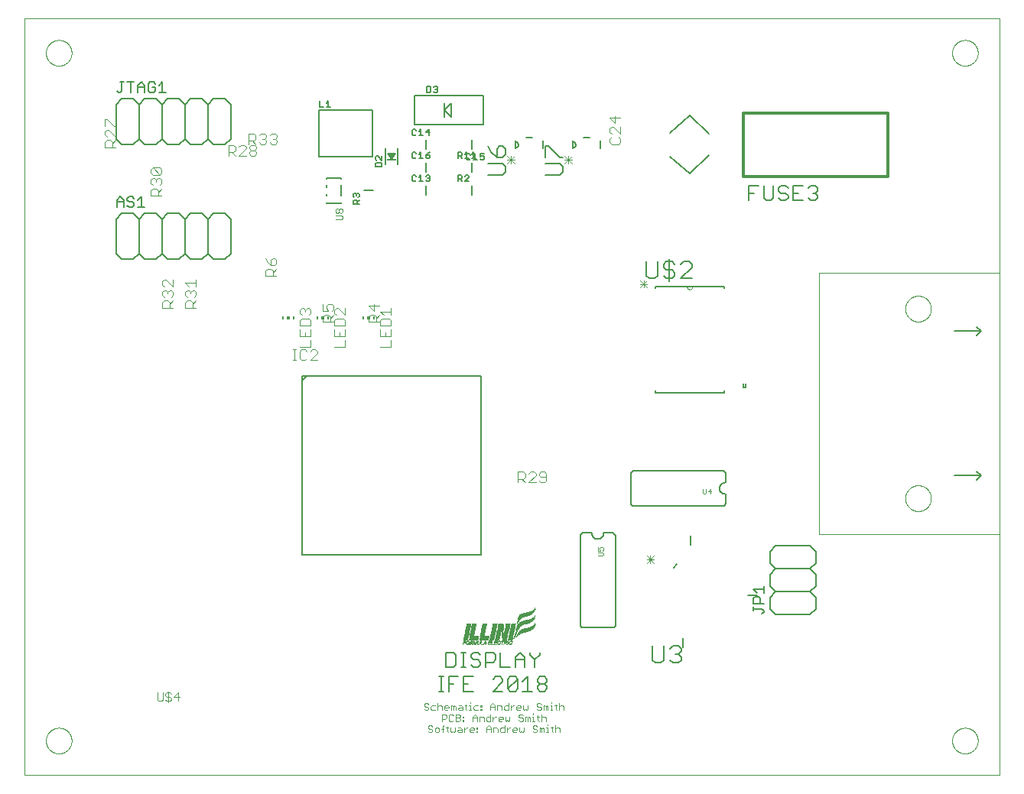
<source format=gto>
G75*
%MOIN*%
%OFA0B0*%
%FSLAX25Y25*%
%IPPOS*%
%LPD*%
%AMOC8*
5,1,8,0,0,1.08239X$1,22.5*
%
%ADD10C,0.00000*%
%ADD11C,0.00300*%
%ADD12C,0.00600*%
%ADD13R,0.00200X0.00100*%
%ADD14R,0.00900X0.00100*%
%ADD15R,0.00400X0.00100*%
%ADD16R,0.00300X0.00100*%
%ADD17R,0.00700X0.00100*%
%ADD18R,0.01400X0.00100*%
%ADD19R,0.01200X0.00100*%
%ADD20R,0.01100X0.00100*%
%ADD21R,0.01300X0.00100*%
%ADD22R,0.00800X0.00100*%
%ADD23R,0.01000X0.00100*%
%ADD24R,0.01500X0.00100*%
%ADD25R,0.00500X0.00100*%
%ADD26R,0.00600X0.00100*%
%ADD27R,0.01900X0.00100*%
%ADD28R,0.04200X0.00100*%
%ADD29R,0.01800X0.00100*%
%ADD30R,0.02100X0.00100*%
%ADD31R,0.04300X0.00100*%
%ADD32R,0.02200X0.00100*%
%ADD33R,0.02000X0.00100*%
%ADD34R,0.04100X0.00100*%
%ADD35R,0.02300X0.00100*%
%ADD36R,0.00100X0.00100*%
%ADD37R,0.02400X0.00100*%
%ADD38R,0.02500X0.00100*%
%ADD39R,0.02600X0.00100*%
%ADD40R,0.02700X0.00100*%
%ADD41R,0.01700X0.00100*%
%ADD42R,0.02800X0.00100*%
%ADD43R,0.02900X0.00100*%
%ADD44R,0.03100X0.00100*%
%ADD45R,0.03400X0.00100*%
%ADD46R,0.03600X0.00100*%
%ADD47R,0.03800X0.00100*%
%ADD48R,0.04000X0.00100*%
%ADD49R,0.04400X0.00100*%
%ADD50R,0.04500X0.00100*%
%ADD51R,0.04600X0.00100*%
%ADD52R,0.04700X0.00100*%
%ADD53R,0.03700X0.00100*%
%ADD54R,0.03500X0.00100*%
%ADD55R,0.03200X0.00100*%
%ADD56R,0.01600X0.00100*%
%ADD57R,0.03000X0.00100*%
%ADD58R,0.03900X0.00100*%
%ADD59R,0.03300X0.00100*%
%ADD60C,0.00500*%
%ADD61C,0.00400*%
%ADD62R,0.00591X0.01181*%
%ADD63R,0.01181X0.01181*%
%ADD64C,0.00800*%
%ADD65C,0.00200*%
%ADD66C,0.00098*%
%ADD67C,0.01200*%
%ADD68R,0.03937X0.00787*%
D10*
X0025762Y0001800D02*
X0025762Y0331800D01*
X0450762Y0331800D01*
X0450762Y0001800D01*
X0025762Y0001800D01*
X0035162Y0016800D02*
X0035164Y0016949D01*
X0035170Y0017098D01*
X0035180Y0017247D01*
X0035194Y0017395D01*
X0035212Y0017543D01*
X0035233Y0017691D01*
X0035259Y0017838D01*
X0035289Y0017984D01*
X0035322Y0018129D01*
X0035359Y0018273D01*
X0035400Y0018417D01*
X0035445Y0018559D01*
X0035494Y0018700D01*
X0035547Y0018839D01*
X0035603Y0018977D01*
X0035662Y0019114D01*
X0035726Y0019249D01*
X0035793Y0019382D01*
X0035863Y0019513D01*
X0035937Y0019643D01*
X0036015Y0019770D01*
X0036095Y0019896D01*
X0036180Y0020019D01*
X0036267Y0020140D01*
X0036357Y0020258D01*
X0036451Y0020374D01*
X0036548Y0020488D01*
X0036647Y0020599D01*
X0036750Y0020707D01*
X0036855Y0020812D01*
X0036963Y0020915D01*
X0037074Y0021014D01*
X0037188Y0021111D01*
X0037304Y0021205D01*
X0037422Y0021295D01*
X0037543Y0021382D01*
X0037666Y0021467D01*
X0037792Y0021547D01*
X0037919Y0021625D01*
X0038049Y0021699D01*
X0038180Y0021769D01*
X0038313Y0021836D01*
X0038448Y0021900D01*
X0038585Y0021959D01*
X0038723Y0022015D01*
X0038862Y0022068D01*
X0039003Y0022117D01*
X0039145Y0022162D01*
X0039289Y0022203D01*
X0039433Y0022240D01*
X0039578Y0022273D01*
X0039724Y0022303D01*
X0039871Y0022329D01*
X0040019Y0022350D01*
X0040167Y0022368D01*
X0040315Y0022382D01*
X0040464Y0022392D01*
X0040613Y0022398D01*
X0040762Y0022400D01*
X0040911Y0022398D01*
X0041060Y0022392D01*
X0041209Y0022382D01*
X0041357Y0022368D01*
X0041505Y0022350D01*
X0041653Y0022329D01*
X0041800Y0022303D01*
X0041946Y0022273D01*
X0042091Y0022240D01*
X0042235Y0022203D01*
X0042379Y0022162D01*
X0042521Y0022117D01*
X0042662Y0022068D01*
X0042801Y0022015D01*
X0042939Y0021959D01*
X0043076Y0021900D01*
X0043211Y0021836D01*
X0043344Y0021769D01*
X0043475Y0021699D01*
X0043605Y0021625D01*
X0043732Y0021547D01*
X0043858Y0021467D01*
X0043981Y0021382D01*
X0044102Y0021295D01*
X0044220Y0021205D01*
X0044336Y0021111D01*
X0044450Y0021014D01*
X0044561Y0020915D01*
X0044669Y0020812D01*
X0044774Y0020707D01*
X0044877Y0020599D01*
X0044976Y0020488D01*
X0045073Y0020374D01*
X0045167Y0020258D01*
X0045257Y0020140D01*
X0045344Y0020019D01*
X0045429Y0019896D01*
X0045509Y0019770D01*
X0045587Y0019643D01*
X0045661Y0019513D01*
X0045731Y0019382D01*
X0045798Y0019249D01*
X0045862Y0019114D01*
X0045921Y0018977D01*
X0045977Y0018839D01*
X0046030Y0018700D01*
X0046079Y0018559D01*
X0046124Y0018417D01*
X0046165Y0018273D01*
X0046202Y0018129D01*
X0046235Y0017984D01*
X0046265Y0017838D01*
X0046291Y0017691D01*
X0046312Y0017543D01*
X0046330Y0017395D01*
X0046344Y0017247D01*
X0046354Y0017098D01*
X0046360Y0016949D01*
X0046362Y0016800D01*
X0046360Y0016651D01*
X0046354Y0016502D01*
X0046344Y0016353D01*
X0046330Y0016205D01*
X0046312Y0016057D01*
X0046291Y0015909D01*
X0046265Y0015762D01*
X0046235Y0015616D01*
X0046202Y0015471D01*
X0046165Y0015327D01*
X0046124Y0015183D01*
X0046079Y0015041D01*
X0046030Y0014900D01*
X0045977Y0014761D01*
X0045921Y0014623D01*
X0045862Y0014486D01*
X0045798Y0014351D01*
X0045731Y0014218D01*
X0045661Y0014087D01*
X0045587Y0013957D01*
X0045509Y0013830D01*
X0045429Y0013704D01*
X0045344Y0013581D01*
X0045257Y0013460D01*
X0045167Y0013342D01*
X0045073Y0013226D01*
X0044976Y0013112D01*
X0044877Y0013001D01*
X0044774Y0012893D01*
X0044669Y0012788D01*
X0044561Y0012685D01*
X0044450Y0012586D01*
X0044336Y0012489D01*
X0044220Y0012395D01*
X0044102Y0012305D01*
X0043981Y0012218D01*
X0043858Y0012133D01*
X0043732Y0012053D01*
X0043605Y0011975D01*
X0043475Y0011901D01*
X0043344Y0011831D01*
X0043211Y0011764D01*
X0043076Y0011700D01*
X0042939Y0011641D01*
X0042801Y0011585D01*
X0042662Y0011532D01*
X0042521Y0011483D01*
X0042379Y0011438D01*
X0042235Y0011397D01*
X0042091Y0011360D01*
X0041946Y0011327D01*
X0041800Y0011297D01*
X0041653Y0011271D01*
X0041505Y0011250D01*
X0041357Y0011232D01*
X0041209Y0011218D01*
X0041060Y0011208D01*
X0040911Y0011202D01*
X0040762Y0011200D01*
X0040613Y0011202D01*
X0040464Y0011208D01*
X0040315Y0011218D01*
X0040167Y0011232D01*
X0040019Y0011250D01*
X0039871Y0011271D01*
X0039724Y0011297D01*
X0039578Y0011327D01*
X0039433Y0011360D01*
X0039289Y0011397D01*
X0039145Y0011438D01*
X0039003Y0011483D01*
X0038862Y0011532D01*
X0038723Y0011585D01*
X0038585Y0011641D01*
X0038448Y0011700D01*
X0038313Y0011764D01*
X0038180Y0011831D01*
X0038049Y0011901D01*
X0037919Y0011975D01*
X0037792Y0012053D01*
X0037666Y0012133D01*
X0037543Y0012218D01*
X0037422Y0012305D01*
X0037304Y0012395D01*
X0037188Y0012489D01*
X0037074Y0012586D01*
X0036963Y0012685D01*
X0036855Y0012788D01*
X0036750Y0012893D01*
X0036647Y0013001D01*
X0036548Y0013112D01*
X0036451Y0013226D01*
X0036357Y0013342D01*
X0036267Y0013460D01*
X0036180Y0013581D01*
X0036095Y0013704D01*
X0036015Y0013830D01*
X0035937Y0013957D01*
X0035863Y0014087D01*
X0035793Y0014218D01*
X0035726Y0014351D01*
X0035662Y0014486D01*
X0035603Y0014623D01*
X0035547Y0014761D01*
X0035494Y0014900D01*
X0035445Y0015041D01*
X0035400Y0015183D01*
X0035359Y0015327D01*
X0035322Y0015471D01*
X0035289Y0015616D01*
X0035259Y0015762D01*
X0035233Y0015909D01*
X0035212Y0016057D01*
X0035194Y0016205D01*
X0035180Y0016353D01*
X0035170Y0016502D01*
X0035164Y0016651D01*
X0035162Y0016800D01*
X0314562Y0214900D02*
X0314564Y0214831D01*
X0314570Y0214763D01*
X0314580Y0214695D01*
X0314593Y0214628D01*
X0314611Y0214562D01*
X0314632Y0214497D01*
X0314657Y0214433D01*
X0314685Y0214371D01*
X0314717Y0214310D01*
X0314752Y0214251D01*
X0314791Y0214195D01*
X0314833Y0214140D01*
X0314878Y0214089D01*
X0314926Y0214039D01*
X0314976Y0213993D01*
X0315029Y0213950D01*
X0315085Y0213909D01*
X0315142Y0213872D01*
X0315202Y0213839D01*
X0315264Y0213808D01*
X0315327Y0213782D01*
X0315391Y0213759D01*
X0315457Y0213739D01*
X0315524Y0213724D01*
X0315591Y0213712D01*
X0315659Y0213704D01*
X0315728Y0213700D01*
X0315796Y0213700D01*
X0315865Y0213704D01*
X0315933Y0213712D01*
X0316000Y0213724D01*
X0316067Y0213739D01*
X0316133Y0213759D01*
X0316197Y0213782D01*
X0316260Y0213808D01*
X0316322Y0213839D01*
X0316382Y0213872D01*
X0316439Y0213909D01*
X0316495Y0213950D01*
X0316548Y0213993D01*
X0316598Y0214039D01*
X0316646Y0214089D01*
X0316691Y0214140D01*
X0316733Y0214195D01*
X0316772Y0214251D01*
X0316807Y0214310D01*
X0316839Y0214371D01*
X0316867Y0214433D01*
X0316892Y0214497D01*
X0316913Y0214562D01*
X0316931Y0214628D01*
X0316944Y0214695D01*
X0316954Y0214763D01*
X0316960Y0214831D01*
X0316962Y0214900D01*
X0409719Y0205225D02*
X0409721Y0205374D01*
X0409727Y0205524D01*
X0409737Y0205673D01*
X0409751Y0205821D01*
X0409769Y0205970D01*
X0409790Y0206117D01*
X0409816Y0206264D01*
X0409846Y0206411D01*
X0409879Y0206556D01*
X0409917Y0206701D01*
X0409958Y0206845D01*
X0410003Y0206987D01*
X0410052Y0207128D01*
X0410104Y0207268D01*
X0410160Y0207406D01*
X0410220Y0207543D01*
X0410284Y0207678D01*
X0410351Y0207812D01*
X0410422Y0207943D01*
X0410496Y0208073D01*
X0410573Y0208201D01*
X0410654Y0208326D01*
X0410738Y0208450D01*
X0410826Y0208571D01*
X0410916Y0208689D01*
X0411010Y0208806D01*
X0411107Y0208919D01*
X0411207Y0209030D01*
X0411310Y0209139D01*
X0411415Y0209244D01*
X0411524Y0209347D01*
X0411635Y0209447D01*
X0411748Y0209544D01*
X0411865Y0209638D01*
X0411983Y0209728D01*
X0412104Y0209816D01*
X0412228Y0209900D01*
X0412353Y0209981D01*
X0412481Y0210058D01*
X0412611Y0210132D01*
X0412742Y0210203D01*
X0412876Y0210270D01*
X0413011Y0210334D01*
X0413148Y0210394D01*
X0413286Y0210450D01*
X0413426Y0210502D01*
X0413567Y0210551D01*
X0413709Y0210596D01*
X0413853Y0210637D01*
X0413998Y0210675D01*
X0414143Y0210708D01*
X0414290Y0210738D01*
X0414437Y0210764D01*
X0414584Y0210785D01*
X0414733Y0210803D01*
X0414881Y0210817D01*
X0415030Y0210827D01*
X0415180Y0210833D01*
X0415329Y0210835D01*
X0415478Y0210833D01*
X0415628Y0210827D01*
X0415777Y0210817D01*
X0415925Y0210803D01*
X0416074Y0210785D01*
X0416221Y0210764D01*
X0416368Y0210738D01*
X0416515Y0210708D01*
X0416660Y0210675D01*
X0416805Y0210637D01*
X0416949Y0210596D01*
X0417091Y0210551D01*
X0417232Y0210502D01*
X0417372Y0210450D01*
X0417510Y0210394D01*
X0417647Y0210334D01*
X0417782Y0210270D01*
X0417916Y0210203D01*
X0418047Y0210132D01*
X0418177Y0210058D01*
X0418305Y0209981D01*
X0418430Y0209900D01*
X0418554Y0209816D01*
X0418675Y0209728D01*
X0418793Y0209638D01*
X0418910Y0209544D01*
X0419023Y0209447D01*
X0419134Y0209347D01*
X0419243Y0209244D01*
X0419348Y0209139D01*
X0419451Y0209030D01*
X0419551Y0208919D01*
X0419648Y0208806D01*
X0419742Y0208689D01*
X0419832Y0208571D01*
X0419920Y0208450D01*
X0420004Y0208326D01*
X0420085Y0208201D01*
X0420162Y0208073D01*
X0420236Y0207943D01*
X0420307Y0207812D01*
X0420374Y0207678D01*
X0420438Y0207543D01*
X0420498Y0207406D01*
X0420554Y0207268D01*
X0420606Y0207128D01*
X0420655Y0206987D01*
X0420700Y0206845D01*
X0420741Y0206701D01*
X0420779Y0206556D01*
X0420812Y0206411D01*
X0420842Y0206264D01*
X0420868Y0206117D01*
X0420889Y0205970D01*
X0420907Y0205821D01*
X0420921Y0205673D01*
X0420931Y0205524D01*
X0420937Y0205374D01*
X0420939Y0205225D01*
X0420937Y0205076D01*
X0420931Y0204926D01*
X0420921Y0204777D01*
X0420907Y0204629D01*
X0420889Y0204480D01*
X0420868Y0204333D01*
X0420842Y0204186D01*
X0420812Y0204039D01*
X0420779Y0203894D01*
X0420741Y0203749D01*
X0420700Y0203605D01*
X0420655Y0203463D01*
X0420606Y0203322D01*
X0420554Y0203182D01*
X0420498Y0203044D01*
X0420438Y0202907D01*
X0420374Y0202772D01*
X0420307Y0202638D01*
X0420236Y0202507D01*
X0420162Y0202377D01*
X0420085Y0202249D01*
X0420004Y0202124D01*
X0419920Y0202000D01*
X0419832Y0201879D01*
X0419742Y0201761D01*
X0419648Y0201644D01*
X0419551Y0201531D01*
X0419451Y0201420D01*
X0419348Y0201311D01*
X0419243Y0201206D01*
X0419134Y0201103D01*
X0419023Y0201003D01*
X0418910Y0200906D01*
X0418793Y0200812D01*
X0418675Y0200722D01*
X0418554Y0200634D01*
X0418430Y0200550D01*
X0418305Y0200469D01*
X0418177Y0200392D01*
X0418047Y0200318D01*
X0417916Y0200247D01*
X0417782Y0200180D01*
X0417647Y0200116D01*
X0417510Y0200056D01*
X0417372Y0200000D01*
X0417232Y0199948D01*
X0417091Y0199899D01*
X0416949Y0199854D01*
X0416805Y0199813D01*
X0416660Y0199775D01*
X0416515Y0199742D01*
X0416368Y0199712D01*
X0416221Y0199686D01*
X0416074Y0199665D01*
X0415925Y0199647D01*
X0415777Y0199633D01*
X0415628Y0199623D01*
X0415478Y0199617D01*
X0415329Y0199615D01*
X0415180Y0199617D01*
X0415030Y0199623D01*
X0414881Y0199633D01*
X0414733Y0199647D01*
X0414584Y0199665D01*
X0414437Y0199686D01*
X0414290Y0199712D01*
X0414143Y0199742D01*
X0413998Y0199775D01*
X0413853Y0199813D01*
X0413709Y0199854D01*
X0413567Y0199899D01*
X0413426Y0199948D01*
X0413286Y0200000D01*
X0413148Y0200056D01*
X0413011Y0200116D01*
X0412876Y0200180D01*
X0412742Y0200247D01*
X0412611Y0200318D01*
X0412481Y0200392D01*
X0412353Y0200469D01*
X0412228Y0200550D01*
X0412104Y0200634D01*
X0411983Y0200722D01*
X0411865Y0200812D01*
X0411748Y0200906D01*
X0411635Y0201003D01*
X0411524Y0201103D01*
X0411415Y0201206D01*
X0411310Y0201311D01*
X0411207Y0201420D01*
X0411107Y0201531D01*
X0411010Y0201644D01*
X0410916Y0201761D01*
X0410826Y0201879D01*
X0410738Y0202000D01*
X0410654Y0202124D01*
X0410573Y0202249D01*
X0410496Y0202377D01*
X0410422Y0202507D01*
X0410351Y0202638D01*
X0410284Y0202772D01*
X0410220Y0202907D01*
X0410160Y0203044D01*
X0410104Y0203182D01*
X0410052Y0203322D01*
X0410003Y0203463D01*
X0409958Y0203605D01*
X0409917Y0203749D01*
X0409879Y0203894D01*
X0409846Y0204039D01*
X0409816Y0204186D01*
X0409790Y0204333D01*
X0409769Y0204480D01*
X0409751Y0204629D01*
X0409737Y0204777D01*
X0409727Y0204926D01*
X0409721Y0205076D01*
X0409719Y0205225D01*
X0409719Y0122548D02*
X0409721Y0122697D01*
X0409727Y0122847D01*
X0409737Y0122996D01*
X0409751Y0123144D01*
X0409769Y0123293D01*
X0409790Y0123440D01*
X0409816Y0123587D01*
X0409846Y0123734D01*
X0409879Y0123879D01*
X0409917Y0124024D01*
X0409958Y0124168D01*
X0410003Y0124310D01*
X0410052Y0124451D01*
X0410104Y0124591D01*
X0410160Y0124729D01*
X0410220Y0124866D01*
X0410284Y0125001D01*
X0410351Y0125135D01*
X0410422Y0125266D01*
X0410496Y0125396D01*
X0410573Y0125524D01*
X0410654Y0125649D01*
X0410738Y0125773D01*
X0410826Y0125894D01*
X0410916Y0126012D01*
X0411010Y0126129D01*
X0411107Y0126242D01*
X0411207Y0126353D01*
X0411310Y0126462D01*
X0411415Y0126567D01*
X0411524Y0126670D01*
X0411635Y0126770D01*
X0411748Y0126867D01*
X0411865Y0126961D01*
X0411983Y0127051D01*
X0412104Y0127139D01*
X0412228Y0127223D01*
X0412353Y0127304D01*
X0412481Y0127381D01*
X0412611Y0127455D01*
X0412742Y0127526D01*
X0412876Y0127593D01*
X0413011Y0127657D01*
X0413148Y0127717D01*
X0413286Y0127773D01*
X0413426Y0127825D01*
X0413567Y0127874D01*
X0413709Y0127919D01*
X0413853Y0127960D01*
X0413998Y0127998D01*
X0414143Y0128031D01*
X0414290Y0128061D01*
X0414437Y0128087D01*
X0414584Y0128108D01*
X0414733Y0128126D01*
X0414881Y0128140D01*
X0415030Y0128150D01*
X0415180Y0128156D01*
X0415329Y0128158D01*
X0415478Y0128156D01*
X0415628Y0128150D01*
X0415777Y0128140D01*
X0415925Y0128126D01*
X0416074Y0128108D01*
X0416221Y0128087D01*
X0416368Y0128061D01*
X0416515Y0128031D01*
X0416660Y0127998D01*
X0416805Y0127960D01*
X0416949Y0127919D01*
X0417091Y0127874D01*
X0417232Y0127825D01*
X0417372Y0127773D01*
X0417510Y0127717D01*
X0417647Y0127657D01*
X0417782Y0127593D01*
X0417916Y0127526D01*
X0418047Y0127455D01*
X0418177Y0127381D01*
X0418305Y0127304D01*
X0418430Y0127223D01*
X0418554Y0127139D01*
X0418675Y0127051D01*
X0418793Y0126961D01*
X0418910Y0126867D01*
X0419023Y0126770D01*
X0419134Y0126670D01*
X0419243Y0126567D01*
X0419348Y0126462D01*
X0419451Y0126353D01*
X0419551Y0126242D01*
X0419648Y0126129D01*
X0419742Y0126012D01*
X0419832Y0125894D01*
X0419920Y0125773D01*
X0420004Y0125649D01*
X0420085Y0125524D01*
X0420162Y0125396D01*
X0420236Y0125266D01*
X0420307Y0125135D01*
X0420374Y0125001D01*
X0420438Y0124866D01*
X0420498Y0124729D01*
X0420554Y0124591D01*
X0420606Y0124451D01*
X0420655Y0124310D01*
X0420700Y0124168D01*
X0420741Y0124024D01*
X0420779Y0123879D01*
X0420812Y0123734D01*
X0420842Y0123587D01*
X0420868Y0123440D01*
X0420889Y0123293D01*
X0420907Y0123144D01*
X0420921Y0122996D01*
X0420931Y0122847D01*
X0420937Y0122697D01*
X0420939Y0122548D01*
X0420937Y0122399D01*
X0420931Y0122249D01*
X0420921Y0122100D01*
X0420907Y0121952D01*
X0420889Y0121803D01*
X0420868Y0121656D01*
X0420842Y0121509D01*
X0420812Y0121362D01*
X0420779Y0121217D01*
X0420741Y0121072D01*
X0420700Y0120928D01*
X0420655Y0120786D01*
X0420606Y0120645D01*
X0420554Y0120505D01*
X0420498Y0120367D01*
X0420438Y0120230D01*
X0420374Y0120095D01*
X0420307Y0119961D01*
X0420236Y0119830D01*
X0420162Y0119700D01*
X0420085Y0119572D01*
X0420004Y0119447D01*
X0419920Y0119323D01*
X0419832Y0119202D01*
X0419742Y0119084D01*
X0419648Y0118967D01*
X0419551Y0118854D01*
X0419451Y0118743D01*
X0419348Y0118634D01*
X0419243Y0118529D01*
X0419134Y0118426D01*
X0419023Y0118326D01*
X0418910Y0118229D01*
X0418793Y0118135D01*
X0418675Y0118045D01*
X0418554Y0117957D01*
X0418430Y0117873D01*
X0418305Y0117792D01*
X0418177Y0117715D01*
X0418047Y0117641D01*
X0417916Y0117570D01*
X0417782Y0117503D01*
X0417647Y0117439D01*
X0417510Y0117379D01*
X0417372Y0117323D01*
X0417232Y0117271D01*
X0417091Y0117222D01*
X0416949Y0117177D01*
X0416805Y0117136D01*
X0416660Y0117098D01*
X0416515Y0117065D01*
X0416368Y0117035D01*
X0416221Y0117009D01*
X0416074Y0116988D01*
X0415925Y0116970D01*
X0415777Y0116956D01*
X0415628Y0116946D01*
X0415478Y0116940D01*
X0415329Y0116938D01*
X0415180Y0116940D01*
X0415030Y0116946D01*
X0414881Y0116956D01*
X0414733Y0116970D01*
X0414584Y0116988D01*
X0414437Y0117009D01*
X0414290Y0117035D01*
X0414143Y0117065D01*
X0413998Y0117098D01*
X0413853Y0117136D01*
X0413709Y0117177D01*
X0413567Y0117222D01*
X0413426Y0117271D01*
X0413286Y0117323D01*
X0413148Y0117379D01*
X0413011Y0117439D01*
X0412876Y0117503D01*
X0412742Y0117570D01*
X0412611Y0117641D01*
X0412481Y0117715D01*
X0412353Y0117792D01*
X0412228Y0117873D01*
X0412104Y0117957D01*
X0411983Y0118045D01*
X0411865Y0118135D01*
X0411748Y0118229D01*
X0411635Y0118326D01*
X0411524Y0118426D01*
X0411415Y0118529D01*
X0411310Y0118634D01*
X0411207Y0118743D01*
X0411107Y0118854D01*
X0411010Y0118967D01*
X0410916Y0119084D01*
X0410826Y0119202D01*
X0410738Y0119323D01*
X0410654Y0119447D01*
X0410573Y0119572D01*
X0410496Y0119700D01*
X0410422Y0119830D01*
X0410351Y0119961D01*
X0410284Y0120095D01*
X0410220Y0120230D01*
X0410160Y0120367D01*
X0410104Y0120505D01*
X0410052Y0120645D01*
X0410003Y0120786D01*
X0409958Y0120928D01*
X0409917Y0121072D01*
X0409879Y0121217D01*
X0409846Y0121362D01*
X0409816Y0121509D01*
X0409790Y0121656D01*
X0409769Y0121803D01*
X0409751Y0121952D01*
X0409737Y0122100D01*
X0409727Y0122249D01*
X0409721Y0122399D01*
X0409719Y0122548D01*
X0430162Y0016800D02*
X0430164Y0016949D01*
X0430170Y0017098D01*
X0430180Y0017247D01*
X0430194Y0017395D01*
X0430212Y0017543D01*
X0430233Y0017691D01*
X0430259Y0017838D01*
X0430289Y0017984D01*
X0430322Y0018129D01*
X0430359Y0018273D01*
X0430400Y0018417D01*
X0430445Y0018559D01*
X0430494Y0018700D01*
X0430547Y0018839D01*
X0430603Y0018977D01*
X0430662Y0019114D01*
X0430726Y0019249D01*
X0430793Y0019382D01*
X0430863Y0019513D01*
X0430937Y0019643D01*
X0431015Y0019770D01*
X0431095Y0019896D01*
X0431180Y0020019D01*
X0431267Y0020140D01*
X0431357Y0020258D01*
X0431451Y0020374D01*
X0431548Y0020488D01*
X0431647Y0020599D01*
X0431750Y0020707D01*
X0431855Y0020812D01*
X0431963Y0020915D01*
X0432074Y0021014D01*
X0432188Y0021111D01*
X0432304Y0021205D01*
X0432422Y0021295D01*
X0432543Y0021382D01*
X0432666Y0021467D01*
X0432792Y0021547D01*
X0432919Y0021625D01*
X0433049Y0021699D01*
X0433180Y0021769D01*
X0433313Y0021836D01*
X0433448Y0021900D01*
X0433585Y0021959D01*
X0433723Y0022015D01*
X0433862Y0022068D01*
X0434003Y0022117D01*
X0434145Y0022162D01*
X0434289Y0022203D01*
X0434433Y0022240D01*
X0434578Y0022273D01*
X0434724Y0022303D01*
X0434871Y0022329D01*
X0435019Y0022350D01*
X0435167Y0022368D01*
X0435315Y0022382D01*
X0435464Y0022392D01*
X0435613Y0022398D01*
X0435762Y0022400D01*
X0435911Y0022398D01*
X0436060Y0022392D01*
X0436209Y0022382D01*
X0436357Y0022368D01*
X0436505Y0022350D01*
X0436653Y0022329D01*
X0436800Y0022303D01*
X0436946Y0022273D01*
X0437091Y0022240D01*
X0437235Y0022203D01*
X0437379Y0022162D01*
X0437521Y0022117D01*
X0437662Y0022068D01*
X0437801Y0022015D01*
X0437939Y0021959D01*
X0438076Y0021900D01*
X0438211Y0021836D01*
X0438344Y0021769D01*
X0438475Y0021699D01*
X0438605Y0021625D01*
X0438732Y0021547D01*
X0438858Y0021467D01*
X0438981Y0021382D01*
X0439102Y0021295D01*
X0439220Y0021205D01*
X0439336Y0021111D01*
X0439450Y0021014D01*
X0439561Y0020915D01*
X0439669Y0020812D01*
X0439774Y0020707D01*
X0439877Y0020599D01*
X0439976Y0020488D01*
X0440073Y0020374D01*
X0440167Y0020258D01*
X0440257Y0020140D01*
X0440344Y0020019D01*
X0440429Y0019896D01*
X0440509Y0019770D01*
X0440587Y0019643D01*
X0440661Y0019513D01*
X0440731Y0019382D01*
X0440798Y0019249D01*
X0440862Y0019114D01*
X0440921Y0018977D01*
X0440977Y0018839D01*
X0441030Y0018700D01*
X0441079Y0018559D01*
X0441124Y0018417D01*
X0441165Y0018273D01*
X0441202Y0018129D01*
X0441235Y0017984D01*
X0441265Y0017838D01*
X0441291Y0017691D01*
X0441312Y0017543D01*
X0441330Y0017395D01*
X0441344Y0017247D01*
X0441354Y0017098D01*
X0441360Y0016949D01*
X0441362Y0016800D01*
X0441360Y0016651D01*
X0441354Y0016502D01*
X0441344Y0016353D01*
X0441330Y0016205D01*
X0441312Y0016057D01*
X0441291Y0015909D01*
X0441265Y0015762D01*
X0441235Y0015616D01*
X0441202Y0015471D01*
X0441165Y0015327D01*
X0441124Y0015183D01*
X0441079Y0015041D01*
X0441030Y0014900D01*
X0440977Y0014761D01*
X0440921Y0014623D01*
X0440862Y0014486D01*
X0440798Y0014351D01*
X0440731Y0014218D01*
X0440661Y0014087D01*
X0440587Y0013957D01*
X0440509Y0013830D01*
X0440429Y0013704D01*
X0440344Y0013581D01*
X0440257Y0013460D01*
X0440167Y0013342D01*
X0440073Y0013226D01*
X0439976Y0013112D01*
X0439877Y0013001D01*
X0439774Y0012893D01*
X0439669Y0012788D01*
X0439561Y0012685D01*
X0439450Y0012586D01*
X0439336Y0012489D01*
X0439220Y0012395D01*
X0439102Y0012305D01*
X0438981Y0012218D01*
X0438858Y0012133D01*
X0438732Y0012053D01*
X0438605Y0011975D01*
X0438475Y0011901D01*
X0438344Y0011831D01*
X0438211Y0011764D01*
X0438076Y0011700D01*
X0437939Y0011641D01*
X0437801Y0011585D01*
X0437662Y0011532D01*
X0437521Y0011483D01*
X0437379Y0011438D01*
X0437235Y0011397D01*
X0437091Y0011360D01*
X0436946Y0011327D01*
X0436800Y0011297D01*
X0436653Y0011271D01*
X0436505Y0011250D01*
X0436357Y0011232D01*
X0436209Y0011218D01*
X0436060Y0011208D01*
X0435911Y0011202D01*
X0435762Y0011200D01*
X0435613Y0011202D01*
X0435464Y0011208D01*
X0435315Y0011218D01*
X0435167Y0011232D01*
X0435019Y0011250D01*
X0434871Y0011271D01*
X0434724Y0011297D01*
X0434578Y0011327D01*
X0434433Y0011360D01*
X0434289Y0011397D01*
X0434145Y0011438D01*
X0434003Y0011483D01*
X0433862Y0011532D01*
X0433723Y0011585D01*
X0433585Y0011641D01*
X0433448Y0011700D01*
X0433313Y0011764D01*
X0433180Y0011831D01*
X0433049Y0011901D01*
X0432919Y0011975D01*
X0432792Y0012053D01*
X0432666Y0012133D01*
X0432543Y0012218D01*
X0432422Y0012305D01*
X0432304Y0012395D01*
X0432188Y0012489D01*
X0432074Y0012586D01*
X0431963Y0012685D01*
X0431855Y0012788D01*
X0431750Y0012893D01*
X0431647Y0013001D01*
X0431548Y0013112D01*
X0431451Y0013226D01*
X0431357Y0013342D01*
X0431267Y0013460D01*
X0431180Y0013581D01*
X0431095Y0013704D01*
X0431015Y0013830D01*
X0430937Y0013957D01*
X0430863Y0014087D01*
X0430793Y0014218D01*
X0430726Y0014351D01*
X0430662Y0014486D01*
X0430603Y0014623D01*
X0430547Y0014761D01*
X0430494Y0014900D01*
X0430445Y0015041D01*
X0430400Y0015183D01*
X0430359Y0015327D01*
X0430322Y0015471D01*
X0430289Y0015616D01*
X0430259Y0015762D01*
X0430233Y0015909D01*
X0430212Y0016057D01*
X0430194Y0016205D01*
X0430180Y0016353D01*
X0430170Y0016502D01*
X0430164Y0016651D01*
X0430162Y0016800D01*
X0430162Y0316800D02*
X0430164Y0316949D01*
X0430170Y0317098D01*
X0430180Y0317247D01*
X0430194Y0317395D01*
X0430212Y0317543D01*
X0430233Y0317691D01*
X0430259Y0317838D01*
X0430289Y0317984D01*
X0430322Y0318129D01*
X0430359Y0318273D01*
X0430400Y0318417D01*
X0430445Y0318559D01*
X0430494Y0318700D01*
X0430547Y0318839D01*
X0430603Y0318977D01*
X0430662Y0319114D01*
X0430726Y0319249D01*
X0430793Y0319382D01*
X0430863Y0319513D01*
X0430937Y0319643D01*
X0431015Y0319770D01*
X0431095Y0319896D01*
X0431180Y0320019D01*
X0431267Y0320140D01*
X0431357Y0320258D01*
X0431451Y0320374D01*
X0431548Y0320488D01*
X0431647Y0320599D01*
X0431750Y0320707D01*
X0431855Y0320812D01*
X0431963Y0320915D01*
X0432074Y0321014D01*
X0432188Y0321111D01*
X0432304Y0321205D01*
X0432422Y0321295D01*
X0432543Y0321382D01*
X0432666Y0321467D01*
X0432792Y0321547D01*
X0432919Y0321625D01*
X0433049Y0321699D01*
X0433180Y0321769D01*
X0433313Y0321836D01*
X0433448Y0321900D01*
X0433585Y0321959D01*
X0433723Y0322015D01*
X0433862Y0322068D01*
X0434003Y0322117D01*
X0434145Y0322162D01*
X0434289Y0322203D01*
X0434433Y0322240D01*
X0434578Y0322273D01*
X0434724Y0322303D01*
X0434871Y0322329D01*
X0435019Y0322350D01*
X0435167Y0322368D01*
X0435315Y0322382D01*
X0435464Y0322392D01*
X0435613Y0322398D01*
X0435762Y0322400D01*
X0435911Y0322398D01*
X0436060Y0322392D01*
X0436209Y0322382D01*
X0436357Y0322368D01*
X0436505Y0322350D01*
X0436653Y0322329D01*
X0436800Y0322303D01*
X0436946Y0322273D01*
X0437091Y0322240D01*
X0437235Y0322203D01*
X0437379Y0322162D01*
X0437521Y0322117D01*
X0437662Y0322068D01*
X0437801Y0322015D01*
X0437939Y0321959D01*
X0438076Y0321900D01*
X0438211Y0321836D01*
X0438344Y0321769D01*
X0438475Y0321699D01*
X0438605Y0321625D01*
X0438732Y0321547D01*
X0438858Y0321467D01*
X0438981Y0321382D01*
X0439102Y0321295D01*
X0439220Y0321205D01*
X0439336Y0321111D01*
X0439450Y0321014D01*
X0439561Y0320915D01*
X0439669Y0320812D01*
X0439774Y0320707D01*
X0439877Y0320599D01*
X0439976Y0320488D01*
X0440073Y0320374D01*
X0440167Y0320258D01*
X0440257Y0320140D01*
X0440344Y0320019D01*
X0440429Y0319896D01*
X0440509Y0319770D01*
X0440587Y0319643D01*
X0440661Y0319513D01*
X0440731Y0319382D01*
X0440798Y0319249D01*
X0440862Y0319114D01*
X0440921Y0318977D01*
X0440977Y0318839D01*
X0441030Y0318700D01*
X0441079Y0318559D01*
X0441124Y0318417D01*
X0441165Y0318273D01*
X0441202Y0318129D01*
X0441235Y0317984D01*
X0441265Y0317838D01*
X0441291Y0317691D01*
X0441312Y0317543D01*
X0441330Y0317395D01*
X0441344Y0317247D01*
X0441354Y0317098D01*
X0441360Y0316949D01*
X0441362Y0316800D01*
X0441360Y0316651D01*
X0441354Y0316502D01*
X0441344Y0316353D01*
X0441330Y0316205D01*
X0441312Y0316057D01*
X0441291Y0315909D01*
X0441265Y0315762D01*
X0441235Y0315616D01*
X0441202Y0315471D01*
X0441165Y0315327D01*
X0441124Y0315183D01*
X0441079Y0315041D01*
X0441030Y0314900D01*
X0440977Y0314761D01*
X0440921Y0314623D01*
X0440862Y0314486D01*
X0440798Y0314351D01*
X0440731Y0314218D01*
X0440661Y0314087D01*
X0440587Y0313957D01*
X0440509Y0313830D01*
X0440429Y0313704D01*
X0440344Y0313581D01*
X0440257Y0313460D01*
X0440167Y0313342D01*
X0440073Y0313226D01*
X0439976Y0313112D01*
X0439877Y0313001D01*
X0439774Y0312893D01*
X0439669Y0312788D01*
X0439561Y0312685D01*
X0439450Y0312586D01*
X0439336Y0312489D01*
X0439220Y0312395D01*
X0439102Y0312305D01*
X0438981Y0312218D01*
X0438858Y0312133D01*
X0438732Y0312053D01*
X0438605Y0311975D01*
X0438475Y0311901D01*
X0438344Y0311831D01*
X0438211Y0311764D01*
X0438076Y0311700D01*
X0437939Y0311641D01*
X0437801Y0311585D01*
X0437662Y0311532D01*
X0437521Y0311483D01*
X0437379Y0311438D01*
X0437235Y0311397D01*
X0437091Y0311360D01*
X0436946Y0311327D01*
X0436800Y0311297D01*
X0436653Y0311271D01*
X0436505Y0311250D01*
X0436357Y0311232D01*
X0436209Y0311218D01*
X0436060Y0311208D01*
X0435911Y0311202D01*
X0435762Y0311200D01*
X0435613Y0311202D01*
X0435464Y0311208D01*
X0435315Y0311218D01*
X0435167Y0311232D01*
X0435019Y0311250D01*
X0434871Y0311271D01*
X0434724Y0311297D01*
X0434578Y0311327D01*
X0434433Y0311360D01*
X0434289Y0311397D01*
X0434145Y0311438D01*
X0434003Y0311483D01*
X0433862Y0311532D01*
X0433723Y0311585D01*
X0433585Y0311641D01*
X0433448Y0311700D01*
X0433313Y0311764D01*
X0433180Y0311831D01*
X0433049Y0311901D01*
X0432919Y0311975D01*
X0432792Y0312053D01*
X0432666Y0312133D01*
X0432543Y0312218D01*
X0432422Y0312305D01*
X0432304Y0312395D01*
X0432188Y0312489D01*
X0432074Y0312586D01*
X0431963Y0312685D01*
X0431855Y0312788D01*
X0431750Y0312893D01*
X0431647Y0313001D01*
X0431548Y0313112D01*
X0431451Y0313226D01*
X0431357Y0313342D01*
X0431267Y0313460D01*
X0431180Y0313581D01*
X0431095Y0313704D01*
X0431015Y0313830D01*
X0430937Y0313957D01*
X0430863Y0314087D01*
X0430793Y0314218D01*
X0430726Y0314351D01*
X0430662Y0314486D01*
X0430603Y0314623D01*
X0430547Y0314761D01*
X0430494Y0314900D01*
X0430445Y0315041D01*
X0430400Y0315183D01*
X0430359Y0315327D01*
X0430322Y0315471D01*
X0430289Y0315616D01*
X0430259Y0315762D01*
X0430233Y0315909D01*
X0430212Y0316057D01*
X0430194Y0316205D01*
X0430180Y0316353D01*
X0430170Y0316502D01*
X0430164Y0316651D01*
X0430162Y0316800D01*
X0035162Y0316800D02*
X0035164Y0316949D01*
X0035170Y0317098D01*
X0035180Y0317247D01*
X0035194Y0317395D01*
X0035212Y0317543D01*
X0035233Y0317691D01*
X0035259Y0317838D01*
X0035289Y0317984D01*
X0035322Y0318129D01*
X0035359Y0318273D01*
X0035400Y0318417D01*
X0035445Y0318559D01*
X0035494Y0318700D01*
X0035547Y0318839D01*
X0035603Y0318977D01*
X0035662Y0319114D01*
X0035726Y0319249D01*
X0035793Y0319382D01*
X0035863Y0319513D01*
X0035937Y0319643D01*
X0036015Y0319770D01*
X0036095Y0319896D01*
X0036180Y0320019D01*
X0036267Y0320140D01*
X0036357Y0320258D01*
X0036451Y0320374D01*
X0036548Y0320488D01*
X0036647Y0320599D01*
X0036750Y0320707D01*
X0036855Y0320812D01*
X0036963Y0320915D01*
X0037074Y0321014D01*
X0037188Y0321111D01*
X0037304Y0321205D01*
X0037422Y0321295D01*
X0037543Y0321382D01*
X0037666Y0321467D01*
X0037792Y0321547D01*
X0037919Y0321625D01*
X0038049Y0321699D01*
X0038180Y0321769D01*
X0038313Y0321836D01*
X0038448Y0321900D01*
X0038585Y0321959D01*
X0038723Y0322015D01*
X0038862Y0322068D01*
X0039003Y0322117D01*
X0039145Y0322162D01*
X0039289Y0322203D01*
X0039433Y0322240D01*
X0039578Y0322273D01*
X0039724Y0322303D01*
X0039871Y0322329D01*
X0040019Y0322350D01*
X0040167Y0322368D01*
X0040315Y0322382D01*
X0040464Y0322392D01*
X0040613Y0322398D01*
X0040762Y0322400D01*
X0040911Y0322398D01*
X0041060Y0322392D01*
X0041209Y0322382D01*
X0041357Y0322368D01*
X0041505Y0322350D01*
X0041653Y0322329D01*
X0041800Y0322303D01*
X0041946Y0322273D01*
X0042091Y0322240D01*
X0042235Y0322203D01*
X0042379Y0322162D01*
X0042521Y0322117D01*
X0042662Y0322068D01*
X0042801Y0322015D01*
X0042939Y0321959D01*
X0043076Y0321900D01*
X0043211Y0321836D01*
X0043344Y0321769D01*
X0043475Y0321699D01*
X0043605Y0321625D01*
X0043732Y0321547D01*
X0043858Y0321467D01*
X0043981Y0321382D01*
X0044102Y0321295D01*
X0044220Y0321205D01*
X0044336Y0321111D01*
X0044450Y0321014D01*
X0044561Y0320915D01*
X0044669Y0320812D01*
X0044774Y0320707D01*
X0044877Y0320599D01*
X0044976Y0320488D01*
X0045073Y0320374D01*
X0045167Y0320258D01*
X0045257Y0320140D01*
X0045344Y0320019D01*
X0045429Y0319896D01*
X0045509Y0319770D01*
X0045587Y0319643D01*
X0045661Y0319513D01*
X0045731Y0319382D01*
X0045798Y0319249D01*
X0045862Y0319114D01*
X0045921Y0318977D01*
X0045977Y0318839D01*
X0046030Y0318700D01*
X0046079Y0318559D01*
X0046124Y0318417D01*
X0046165Y0318273D01*
X0046202Y0318129D01*
X0046235Y0317984D01*
X0046265Y0317838D01*
X0046291Y0317691D01*
X0046312Y0317543D01*
X0046330Y0317395D01*
X0046344Y0317247D01*
X0046354Y0317098D01*
X0046360Y0316949D01*
X0046362Y0316800D01*
X0046360Y0316651D01*
X0046354Y0316502D01*
X0046344Y0316353D01*
X0046330Y0316205D01*
X0046312Y0316057D01*
X0046291Y0315909D01*
X0046265Y0315762D01*
X0046235Y0315616D01*
X0046202Y0315471D01*
X0046165Y0315327D01*
X0046124Y0315183D01*
X0046079Y0315041D01*
X0046030Y0314900D01*
X0045977Y0314761D01*
X0045921Y0314623D01*
X0045862Y0314486D01*
X0045798Y0314351D01*
X0045731Y0314218D01*
X0045661Y0314087D01*
X0045587Y0313957D01*
X0045509Y0313830D01*
X0045429Y0313704D01*
X0045344Y0313581D01*
X0045257Y0313460D01*
X0045167Y0313342D01*
X0045073Y0313226D01*
X0044976Y0313112D01*
X0044877Y0313001D01*
X0044774Y0312893D01*
X0044669Y0312788D01*
X0044561Y0312685D01*
X0044450Y0312586D01*
X0044336Y0312489D01*
X0044220Y0312395D01*
X0044102Y0312305D01*
X0043981Y0312218D01*
X0043858Y0312133D01*
X0043732Y0312053D01*
X0043605Y0311975D01*
X0043475Y0311901D01*
X0043344Y0311831D01*
X0043211Y0311764D01*
X0043076Y0311700D01*
X0042939Y0311641D01*
X0042801Y0311585D01*
X0042662Y0311532D01*
X0042521Y0311483D01*
X0042379Y0311438D01*
X0042235Y0311397D01*
X0042091Y0311360D01*
X0041946Y0311327D01*
X0041800Y0311297D01*
X0041653Y0311271D01*
X0041505Y0311250D01*
X0041357Y0311232D01*
X0041209Y0311218D01*
X0041060Y0311208D01*
X0040911Y0311202D01*
X0040762Y0311200D01*
X0040613Y0311202D01*
X0040464Y0311208D01*
X0040315Y0311218D01*
X0040167Y0311232D01*
X0040019Y0311250D01*
X0039871Y0311271D01*
X0039724Y0311297D01*
X0039578Y0311327D01*
X0039433Y0311360D01*
X0039289Y0311397D01*
X0039145Y0311438D01*
X0039003Y0311483D01*
X0038862Y0311532D01*
X0038723Y0311585D01*
X0038585Y0311641D01*
X0038448Y0311700D01*
X0038313Y0311764D01*
X0038180Y0311831D01*
X0038049Y0311901D01*
X0037919Y0311975D01*
X0037792Y0312053D01*
X0037666Y0312133D01*
X0037543Y0312218D01*
X0037422Y0312305D01*
X0037304Y0312395D01*
X0037188Y0312489D01*
X0037074Y0312586D01*
X0036963Y0312685D01*
X0036855Y0312788D01*
X0036750Y0312893D01*
X0036647Y0313001D01*
X0036548Y0313112D01*
X0036451Y0313226D01*
X0036357Y0313342D01*
X0036267Y0313460D01*
X0036180Y0313581D01*
X0036095Y0313704D01*
X0036015Y0313830D01*
X0035937Y0313957D01*
X0035863Y0314087D01*
X0035793Y0314218D01*
X0035726Y0314351D01*
X0035662Y0314486D01*
X0035603Y0314623D01*
X0035547Y0314761D01*
X0035494Y0314900D01*
X0035445Y0315041D01*
X0035400Y0315183D01*
X0035359Y0315327D01*
X0035322Y0315471D01*
X0035289Y0315616D01*
X0035259Y0315762D01*
X0035233Y0315909D01*
X0035212Y0316057D01*
X0035194Y0316205D01*
X0035180Y0316353D01*
X0035170Y0316502D01*
X0035164Y0316651D01*
X0035162Y0316800D01*
D11*
X0161409Y0248455D02*
X0161893Y0248938D01*
X0162377Y0248938D01*
X0162861Y0248455D01*
X0162861Y0247487D01*
X0162377Y0247003D01*
X0161893Y0247003D01*
X0161409Y0247487D01*
X0161409Y0248455D01*
X0162861Y0248455D02*
X0163344Y0248938D01*
X0163828Y0248938D01*
X0164312Y0248455D01*
X0164312Y0247487D01*
X0163828Y0247003D01*
X0163344Y0247003D01*
X0162861Y0247487D01*
X0163828Y0245992D02*
X0161409Y0245992D01*
X0161409Y0244057D02*
X0163828Y0244057D01*
X0164312Y0244541D01*
X0164312Y0245508D01*
X0163828Y0245992D01*
X0236292Y0268650D02*
X0239428Y0271786D01*
X0239428Y0270218D02*
X0236292Y0270218D01*
X0236292Y0271786D02*
X0239428Y0268650D01*
X0237860Y0268650D02*
X0237860Y0271786D01*
X0261292Y0271786D02*
X0264428Y0268650D01*
X0264428Y0270218D02*
X0261292Y0270218D01*
X0261292Y0268650D02*
X0264428Y0271786D01*
X0262860Y0271786D02*
X0262860Y0268650D01*
X0294112Y0217570D02*
X0297248Y0214434D01*
X0297248Y0216002D02*
X0294112Y0216002D01*
X0294112Y0214434D02*
X0297248Y0217570D01*
X0295680Y0217570D02*
X0295680Y0214434D01*
X0297012Y0097470D02*
X0300148Y0094334D01*
X0297012Y0097470D01*
X0298580Y0097470D02*
X0298580Y0094334D01*
X0298580Y0097470D01*
X0300148Y0097470D02*
X0297012Y0094334D01*
X0300148Y0097470D01*
X0300148Y0095902D02*
X0297012Y0095902D01*
X0300148Y0095902D01*
X0258904Y0033052D02*
X0258904Y0030150D01*
X0257907Y0030150D02*
X0257423Y0030634D01*
X0257423Y0032569D01*
X0256939Y0032085D02*
X0257907Y0032085D01*
X0258904Y0031601D02*
X0259387Y0032085D01*
X0260355Y0032085D01*
X0260839Y0031601D01*
X0260839Y0030150D01*
X0255943Y0030150D02*
X0254975Y0030150D01*
X0255459Y0030150D02*
X0255459Y0032085D01*
X0254975Y0032085D01*
X0255459Y0033052D02*
X0255459Y0033536D01*
X0253963Y0031601D02*
X0253963Y0030150D01*
X0252996Y0030150D02*
X0252996Y0031601D01*
X0253480Y0032085D01*
X0253963Y0031601D01*
X0252996Y0031601D02*
X0252512Y0032085D01*
X0252029Y0032085D01*
X0252029Y0030150D01*
X0251017Y0030634D02*
X0250533Y0030150D01*
X0249566Y0030150D01*
X0249082Y0030634D01*
X0249566Y0031601D02*
X0250533Y0031601D01*
X0251017Y0031117D01*
X0251017Y0030634D01*
X0249566Y0031601D02*
X0249082Y0032085D01*
X0249082Y0032569D01*
X0249566Y0033052D01*
X0250533Y0033052D01*
X0251017Y0032569D01*
X0247601Y0028736D02*
X0247601Y0028252D01*
X0247601Y0027285D02*
X0247601Y0025350D01*
X0247118Y0025350D02*
X0248085Y0025350D01*
X0249566Y0025834D02*
X0250049Y0025350D01*
X0249566Y0025834D02*
X0249566Y0027769D01*
X0250049Y0027285D02*
X0249082Y0027285D01*
X0247601Y0027285D02*
X0247118Y0027285D01*
X0246106Y0026801D02*
X0246106Y0025350D01*
X0245139Y0025350D02*
X0245139Y0026801D01*
X0245622Y0027285D01*
X0246106Y0026801D01*
X0245139Y0026801D02*
X0244655Y0027285D01*
X0244171Y0027285D01*
X0244171Y0025350D01*
X0243160Y0025834D02*
X0242676Y0025350D01*
X0241708Y0025350D01*
X0241225Y0025834D01*
X0241708Y0026801D02*
X0242676Y0026801D01*
X0243160Y0026317D01*
X0243160Y0025834D01*
X0241708Y0026801D02*
X0241225Y0027285D01*
X0241225Y0027769D01*
X0241708Y0028252D01*
X0242676Y0028252D01*
X0243160Y0027769D01*
X0243673Y0030150D02*
X0244156Y0030634D01*
X0244640Y0030150D01*
X0245124Y0030634D01*
X0245124Y0032085D01*
X0243189Y0032085D02*
X0243189Y0030634D01*
X0243673Y0030150D01*
X0242177Y0031117D02*
X0240242Y0031117D01*
X0240242Y0030634D02*
X0240242Y0031601D01*
X0240726Y0032085D01*
X0241694Y0032085D01*
X0242177Y0031601D01*
X0242177Y0031117D01*
X0241694Y0030150D02*
X0240726Y0030150D01*
X0240242Y0030634D01*
X0239238Y0032085D02*
X0238755Y0032085D01*
X0237787Y0031117D01*
X0237787Y0030150D02*
X0237787Y0032085D01*
X0236775Y0032085D02*
X0235324Y0032085D01*
X0234841Y0031601D01*
X0234841Y0030634D01*
X0235324Y0030150D01*
X0236775Y0030150D01*
X0236775Y0033052D01*
X0233829Y0031601D02*
X0233829Y0030150D01*
X0233829Y0031601D02*
X0233345Y0032085D01*
X0231894Y0032085D01*
X0231894Y0030150D01*
X0230882Y0030150D02*
X0230882Y0032085D01*
X0229915Y0033052D01*
X0228947Y0032085D01*
X0228947Y0030150D01*
X0228947Y0031601D02*
X0230882Y0031601D01*
X0228918Y0028252D02*
X0228918Y0025350D01*
X0227467Y0025350D01*
X0226983Y0025834D01*
X0226983Y0026801D01*
X0227467Y0027285D01*
X0228918Y0027285D01*
X0229930Y0027285D02*
X0229930Y0025350D01*
X0229930Y0026317D02*
X0230897Y0027285D01*
X0231381Y0027285D01*
X0232385Y0026801D02*
X0232869Y0027285D01*
X0233836Y0027285D01*
X0234320Y0026801D01*
X0234320Y0026317D01*
X0232385Y0026317D01*
X0232385Y0025834D02*
X0232385Y0026801D01*
X0232385Y0025834D02*
X0232869Y0025350D01*
X0233836Y0025350D01*
X0235332Y0025834D02*
X0235815Y0025350D01*
X0236299Y0025834D01*
X0236783Y0025350D01*
X0237267Y0025834D01*
X0237267Y0027285D01*
X0235332Y0027285D02*
X0235332Y0025834D01*
X0235057Y0023452D02*
X0235057Y0020550D01*
X0233605Y0020550D01*
X0233122Y0021034D01*
X0233122Y0022001D01*
X0233605Y0022485D01*
X0235057Y0022485D01*
X0236068Y0022485D02*
X0236068Y0020550D01*
X0236068Y0021517D02*
X0237036Y0022485D01*
X0237519Y0022485D01*
X0238524Y0022001D02*
X0239007Y0022485D01*
X0239975Y0022485D01*
X0240459Y0022001D01*
X0240459Y0021517D01*
X0238524Y0021517D01*
X0238524Y0021034D02*
X0238524Y0022001D01*
X0238524Y0021034D02*
X0239007Y0020550D01*
X0239975Y0020550D01*
X0241470Y0021034D02*
X0241954Y0020550D01*
X0242438Y0021034D01*
X0242921Y0020550D01*
X0243405Y0021034D01*
X0243405Y0022485D01*
X0241470Y0022485D02*
X0241470Y0021034D01*
X0247363Y0021034D02*
X0247847Y0020550D01*
X0248814Y0020550D01*
X0249298Y0021034D01*
X0249298Y0021517D01*
X0248814Y0022001D01*
X0247847Y0022001D01*
X0247363Y0022485D01*
X0247363Y0022969D01*
X0247847Y0023452D01*
X0248814Y0023452D01*
X0249298Y0022969D01*
X0250310Y0022485D02*
X0250793Y0022485D01*
X0251277Y0022001D01*
X0251761Y0022485D01*
X0252245Y0022001D01*
X0252245Y0020550D01*
X0251277Y0020550D02*
X0251277Y0022001D01*
X0250310Y0022485D02*
X0250310Y0020550D01*
X0253256Y0020550D02*
X0254224Y0020550D01*
X0253740Y0020550D02*
X0253740Y0022485D01*
X0253256Y0022485D01*
X0253740Y0023452D02*
X0253740Y0023936D01*
X0252981Y0025350D02*
X0252981Y0026801D01*
X0252498Y0027285D01*
X0251530Y0027285D01*
X0251046Y0026801D01*
X0251046Y0028252D02*
X0251046Y0025350D01*
X0255221Y0022485D02*
X0256188Y0022485D01*
X0255704Y0022969D02*
X0255704Y0021034D01*
X0256188Y0020550D01*
X0257185Y0020550D02*
X0257185Y0023452D01*
X0257669Y0022485D02*
X0258636Y0022485D01*
X0259120Y0022001D01*
X0259120Y0020550D01*
X0257185Y0022001D02*
X0257669Y0022485D01*
X0232110Y0022001D02*
X0232110Y0020550D01*
X0232110Y0022001D02*
X0231626Y0022485D01*
X0230175Y0022485D01*
X0230175Y0020550D01*
X0229164Y0020550D02*
X0229164Y0022485D01*
X0228196Y0023452D01*
X0227229Y0022485D01*
X0227229Y0020550D01*
X0227229Y0022001D02*
X0229164Y0022001D01*
X0225972Y0025350D02*
X0225972Y0026801D01*
X0225488Y0027285D01*
X0224037Y0027285D01*
X0224037Y0025350D01*
X0223025Y0025350D02*
X0223025Y0027285D01*
X0222058Y0028252D01*
X0221090Y0027285D01*
X0221090Y0025350D01*
X0221090Y0026801D02*
X0223025Y0026801D01*
X0223516Y0030150D02*
X0222065Y0030150D01*
X0221581Y0030634D01*
X0221581Y0031601D01*
X0222065Y0032085D01*
X0223516Y0032085D01*
X0224528Y0032085D02*
X0224528Y0031601D01*
X0225011Y0031601D01*
X0225011Y0032085D01*
X0224528Y0032085D01*
X0224528Y0030634D02*
X0224528Y0030150D01*
X0225011Y0030150D01*
X0225011Y0030634D01*
X0224528Y0030634D01*
X0220584Y0030150D02*
X0219617Y0030150D01*
X0220101Y0030150D02*
X0220101Y0032085D01*
X0219617Y0032085D01*
X0218620Y0032085D02*
X0217652Y0032085D01*
X0218136Y0032569D02*
X0218136Y0030634D01*
X0218620Y0030150D01*
X0216641Y0030150D02*
X0215190Y0030150D01*
X0214706Y0030634D01*
X0215190Y0031117D01*
X0216641Y0031117D01*
X0216641Y0031601D02*
X0216641Y0030150D01*
X0216641Y0031601D02*
X0216157Y0032085D01*
X0215190Y0032085D01*
X0213694Y0031601D02*
X0213694Y0030150D01*
X0212727Y0030150D02*
X0212727Y0031601D01*
X0213211Y0032085D01*
X0213694Y0031601D01*
X0212727Y0031601D02*
X0212243Y0032085D01*
X0211759Y0032085D01*
X0211759Y0030150D01*
X0210748Y0031117D02*
X0208813Y0031117D01*
X0208813Y0030634D02*
X0208813Y0031601D01*
X0209297Y0032085D01*
X0210264Y0032085D01*
X0210748Y0031601D01*
X0210748Y0031117D01*
X0210264Y0030150D02*
X0209297Y0030150D01*
X0208813Y0030634D01*
X0207801Y0030150D02*
X0207801Y0031601D01*
X0207318Y0032085D01*
X0206350Y0032085D01*
X0205866Y0031601D01*
X0204855Y0032085D02*
X0203404Y0032085D01*
X0202920Y0031601D01*
X0202920Y0030634D01*
X0203404Y0030150D01*
X0204855Y0030150D01*
X0205866Y0030150D02*
X0205866Y0033052D01*
X0201908Y0032569D02*
X0201425Y0033052D01*
X0200457Y0033052D01*
X0199973Y0032569D01*
X0199973Y0032085D01*
X0200457Y0031601D01*
X0201425Y0031601D01*
X0201908Y0031117D01*
X0201908Y0030634D01*
X0201425Y0030150D01*
X0200457Y0030150D01*
X0199973Y0030634D01*
X0207831Y0028252D02*
X0209282Y0028252D01*
X0209766Y0027769D01*
X0209766Y0026801D01*
X0209282Y0026317D01*
X0207831Y0026317D01*
X0207831Y0025350D02*
X0207831Y0028252D01*
X0210777Y0027769D02*
X0210777Y0025834D01*
X0211261Y0025350D01*
X0212229Y0025350D01*
X0212712Y0025834D01*
X0213724Y0025350D02*
X0215175Y0025350D01*
X0215659Y0025834D01*
X0215659Y0026317D01*
X0215175Y0026801D01*
X0213724Y0026801D01*
X0212712Y0027769D02*
X0212229Y0028252D01*
X0211261Y0028252D01*
X0210777Y0027769D01*
X0213724Y0028252D02*
X0215175Y0028252D01*
X0215659Y0027769D01*
X0215659Y0027285D01*
X0215175Y0026801D01*
X0216670Y0026801D02*
X0216670Y0027285D01*
X0217154Y0027285D01*
X0217154Y0026801D01*
X0216670Y0026801D01*
X0216670Y0025834D02*
X0216670Y0025350D01*
X0217154Y0025350D01*
X0217154Y0025834D01*
X0216670Y0025834D01*
X0213724Y0025350D02*
X0213724Y0028252D01*
X0213449Y0022485D02*
X0213449Y0021034D01*
X0212965Y0020550D01*
X0212481Y0021034D01*
X0211998Y0020550D01*
X0211514Y0021034D01*
X0211514Y0022485D01*
X0210517Y0022485D02*
X0209550Y0022485D01*
X0210033Y0022969D02*
X0210033Y0021034D01*
X0210517Y0020550D01*
X0208553Y0022001D02*
X0207585Y0022001D01*
X0206574Y0022001D02*
X0206090Y0022485D01*
X0205122Y0022485D01*
X0204639Y0022001D01*
X0204639Y0021034D01*
X0205122Y0020550D01*
X0206090Y0020550D01*
X0206574Y0021034D01*
X0206574Y0022001D01*
X0208069Y0022969D02*
X0208553Y0023452D01*
X0208069Y0022969D02*
X0208069Y0020550D01*
X0203627Y0021034D02*
X0203627Y0021517D01*
X0203143Y0022001D01*
X0202176Y0022001D01*
X0201692Y0022485D01*
X0201692Y0022969D01*
X0202176Y0023452D01*
X0203143Y0023452D01*
X0203627Y0022969D01*
X0203627Y0021034D02*
X0203143Y0020550D01*
X0202176Y0020550D01*
X0201692Y0021034D01*
X0214460Y0021034D02*
X0214944Y0021517D01*
X0216395Y0021517D01*
X0216395Y0022001D02*
X0216395Y0020550D01*
X0214944Y0020550D01*
X0214460Y0021034D01*
X0214944Y0022485D02*
X0215912Y0022485D01*
X0216395Y0022001D01*
X0217407Y0021517D02*
X0218374Y0022485D01*
X0218858Y0022485D01*
X0219862Y0022001D02*
X0220346Y0022485D01*
X0221314Y0022485D01*
X0221797Y0022001D01*
X0221797Y0021517D01*
X0219862Y0021517D01*
X0219862Y0021034D02*
X0219862Y0022001D01*
X0219862Y0021034D02*
X0220346Y0020550D01*
X0221314Y0020550D01*
X0222809Y0020550D02*
X0222809Y0021034D01*
X0223293Y0021034D01*
X0223293Y0020550D01*
X0222809Y0020550D01*
X0222809Y0022001D02*
X0222809Y0022485D01*
X0223293Y0022485D01*
X0223293Y0022001D01*
X0222809Y0022001D01*
X0217407Y0022485D02*
X0217407Y0020550D01*
X0220101Y0033052D02*
X0220101Y0033536D01*
X0093345Y0035896D02*
X0090918Y0035896D01*
X0092738Y0037716D01*
X0092738Y0034076D01*
X0089720Y0034683D02*
X0089720Y0035289D01*
X0089113Y0035896D01*
X0087900Y0035896D01*
X0087293Y0036503D01*
X0087293Y0037109D01*
X0087900Y0037716D01*
X0089113Y0037716D01*
X0089720Y0037109D01*
X0088506Y0038323D02*
X0088506Y0033469D01*
X0087900Y0034076D02*
X0089113Y0034076D01*
X0089720Y0034683D01*
X0087900Y0034076D02*
X0087293Y0034683D01*
X0086094Y0034683D02*
X0086094Y0037716D01*
X0083668Y0037716D02*
X0083668Y0034683D01*
X0084274Y0034076D01*
X0085488Y0034076D01*
X0086094Y0034683D01*
D12*
X0206354Y0038350D02*
X0208489Y0038350D01*
X0207422Y0038350D02*
X0207422Y0044755D01*
X0208489Y0044755D02*
X0206354Y0044755D01*
X0210651Y0044755D02*
X0214921Y0044755D01*
X0217097Y0044755D02*
X0217097Y0038350D01*
X0221367Y0038350D01*
X0219232Y0041553D02*
X0217097Y0041553D01*
X0217097Y0044755D02*
X0221367Y0044755D01*
X0221387Y0048850D02*
X0220319Y0049918D01*
X0221387Y0048850D02*
X0223522Y0048850D01*
X0224590Y0049918D01*
X0224590Y0050985D01*
X0223522Y0052053D01*
X0221387Y0052053D01*
X0220319Y0053120D01*
X0220319Y0054188D01*
X0221387Y0055255D01*
X0223522Y0055255D01*
X0224590Y0054188D01*
X0226765Y0055255D02*
X0229968Y0055255D01*
X0231035Y0054188D01*
X0231035Y0052053D01*
X0229968Y0050985D01*
X0226765Y0050985D01*
X0226765Y0048850D02*
X0226765Y0055255D01*
X0233210Y0055255D02*
X0233210Y0048850D01*
X0237481Y0048850D01*
X0239656Y0048850D02*
X0239656Y0053120D01*
X0241791Y0055255D01*
X0243926Y0053120D01*
X0243926Y0048850D01*
X0243926Y0052053D02*
X0239656Y0052053D01*
X0246101Y0054188D02*
X0248236Y0052053D01*
X0248236Y0048850D01*
X0248236Y0052053D02*
X0250372Y0054188D01*
X0250372Y0055255D01*
X0246101Y0055255D02*
X0246101Y0054188D01*
X0245014Y0044755D02*
X0245014Y0038350D01*
X0242879Y0038350D02*
X0247149Y0038350D01*
X0249324Y0039418D02*
X0250392Y0038350D01*
X0252527Y0038350D01*
X0253594Y0039418D01*
X0253594Y0040485D01*
X0252527Y0041553D01*
X0250392Y0041553D01*
X0249324Y0042620D01*
X0249324Y0043688D01*
X0250392Y0044755D01*
X0252527Y0044755D01*
X0253594Y0043688D01*
X0253594Y0042620D01*
X0252527Y0041553D01*
X0250392Y0041553D02*
X0249324Y0040485D01*
X0249324Y0039418D01*
X0245014Y0044755D02*
X0242879Y0042620D01*
X0240703Y0043688D02*
X0236433Y0039418D01*
X0237501Y0038350D01*
X0239636Y0038350D01*
X0240703Y0039418D01*
X0240703Y0043688D01*
X0239636Y0044755D01*
X0237501Y0044755D01*
X0236433Y0043688D01*
X0236433Y0039418D01*
X0234258Y0038350D02*
X0229988Y0038350D01*
X0234258Y0042620D01*
X0234258Y0043688D01*
X0233190Y0044755D01*
X0231055Y0044755D01*
X0229988Y0043688D01*
X0218157Y0048850D02*
X0216022Y0048850D01*
X0217090Y0048850D02*
X0217090Y0055255D01*
X0218157Y0055255D02*
X0216022Y0055255D01*
X0213847Y0054188D02*
X0212780Y0055255D01*
X0209577Y0055255D01*
X0209577Y0048850D01*
X0212780Y0048850D01*
X0213847Y0049918D01*
X0213847Y0054188D01*
X0210651Y0044755D02*
X0210651Y0038350D01*
X0210651Y0041553D02*
X0212786Y0041553D01*
X0312862Y0057400D02*
X0312862Y0061400D01*
X0341162Y0080300D02*
X0345162Y0080300D01*
X0350762Y0079300D02*
X0353262Y0081800D01*
X0368262Y0081800D01*
X0370762Y0084300D01*
X0370762Y0089300D01*
X0368262Y0091800D01*
X0370762Y0094300D01*
X0370762Y0099300D01*
X0368262Y0101800D01*
X0353262Y0101800D01*
X0350762Y0099300D01*
X0350762Y0094300D01*
X0353262Y0091800D01*
X0368262Y0091800D01*
X0368262Y0081800D02*
X0370762Y0079300D01*
X0370762Y0074300D01*
X0368262Y0071800D01*
X0353262Y0071800D01*
X0350762Y0074300D01*
X0350762Y0079300D01*
X0353262Y0081800D02*
X0350762Y0084300D01*
X0350762Y0089300D01*
X0353262Y0091800D01*
X0316062Y0102200D02*
X0316062Y0106300D01*
X0310262Y0093900D02*
X0308662Y0092300D01*
X0300862Y0168700D02*
X0330662Y0168700D01*
X0330662Y0169400D01*
X0339162Y0171000D02*
X0339162Y0172600D01*
X0340162Y0172600D02*
X0340162Y0171000D01*
X0339162Y0171000D01*
X0300862Y0169400D02*
X0300862Y0168700D01*
X0300862Y0214200D02*
X0300862Y0214900D01*
X0314562Y0214900D01*
X0316962Y0214900D01*
X0330662Y0214900D01*
X0330662Y0214200D01*
X0341534Y0252383D02*
X0341534Y0258789D01*
X0345805Y0258789D01*
X0347980Y0258789D02*
X0347980Y0253451D01*
X0349047Y0252383D01*
X0351182Y0252383D01*
X0352250Y0253451D01*
X0352250Y0258789D01*
X0354425Y0257721D02*
X0354425Y0256654D01*
X0355493Y0255586D01*
X0357628Y0255586D01*
X0358696Y0254519D01*
X0358696Y0253451D01*
X0357628Y0252383D01*
X0355493Y0252383D01*
X0354425Y0253451D01*
X0354425Y0257721D02*
X0355493Y0258789D01*
X0357628Y0258789D01*
X0358696Y0257721D01*
X0360871Y0258789D02*
X0360871Y0252383D01*
X0365141Y0252383D01*
X0367316Y0253451D02*
X0368384Y0252383D01*
X0370519Y0252383D01*
X0371587Y0253451D01*
X0371587Y0254519D01*
X0370519Y0255586D01*
X0369451Y0255586D01*
X0370519Y0255586D02*
X0371587Y0256654D01*
X0371587Y0257721D01*
X0370519Y0258789D01*
X0368384Y0258789D01*
X0367316Y0257721D01*
X0365141Y0258789D02*
X0360871Y0258789D01*
X0360871Y0255586D02*
X0363006Y0255586D01*
X0343669Y0255586D02*
X0341534Y0255586D01*
X0276662Y0275100D02*
X0276662Y0278500D01*
X0272062Y0279800D02*
X0269462Y0279800D01*
X0264862Y0278500D02*
X0264862Y0278000D01*
X0264862Y0275600D01*
X0264862Y0275100D01*
X0264862Y0275600D02*
X0264931Y0275602D01*
X0264999Y0275608D01*
X0265067Y0275618D01*
X0265134Y0275631D01*
X0265200Y0275649D01*
X0265265Y0275670D01*
X0265329Y0275695D01*
X0265391Y0275723D01*
X0265452Y0275755D01*
X0265511Y0275790D01*
X0265567Y0275829D01*
X0265622Y0275871D01*
X0265673Y0275916D01*
X0265723Y0275964D01*
X0265769Y0276014D01*
X0265812Y0276067D01*
X0265853Y0276123D01*
X0265890Y0276180D01*
X0265923Y0276240D01*
X0265954Y0276302D01*
X0265980Y0276365D01*
X0266003Y0276429D01*
X0266023Y0276495D01*
X0266038Y0276562D01*
X0266050Y0276629D01*
X0266058Y0276697D01*
X0266062Y0276766D01*
X0266062Y0276834D01*
X0266058Y0276903D01*
X0266050Y0276971D01*
X0266038Y0277038D01*
X0266023Y0277105D01*
X0266003Y0277171D01*
X0265980Y0277235D01*
X0265954Y0277298D01*
X0265923Y0277360D01*
X0265890Y0277420D01*
X0265853Y0277477D01*
X0265812Y0277533D01*
X0265769Y0277586D01*
X0265723Y0277636D01*
X0265673Y0277684D01*
X0265622Y0277729D01*
X0265567Y0277771D01*
X0265511Y0277810D01*
X0265452Y0277845D01*
X0265391Y0277877D01*
X0265329Y0277905D01*
X0265265Y0277930D01*
X0265200Y0277951D01*
X0265134Y0277969D01*
X0265067Y0277982D01*
X0264999Y0277992D01*
X0264931Y0277998D01*
X0264862Y0278000D01*
X0251662Y0278500D02*
X0251662Y0275100D01*
X0247062Y0279800D02*
X0244462Y0279800D01*
X0239862Y0278500D02*
X0239862Y0278000D01*
X0239862Y0275600D01*
X0239862Y0275100D01*
X0239862Y0275600D02*
X0239931Y0275602D01*
X0239999Y0275608D01*
X0240067Y0275618D01*
X0240134Y0275631D01*
X0240200Y0275649D01*
X0240265Y0275670D01*
X0240329Y0275695D01*
X0240391Y0275723D01*
X0240452Y0275755D01*
X0240511Y0275790D01*
X0240567Y0275829D01*
X0240622Y0275871D01*
X0240673Y0275916D01*
X0240723Y0275964D01*
X0240769Y0276014D01*
X0240812Y0276067D01*
X0240853Y0276123D01*
X0240890Y0276180D01*
X0240923Y0276240D01*
X0240954Y0276302D01*
X0240980Y0276365D01*
X0241003Y0276429D01*
X0241023Y0276495D01*
X0241038Y0276562D01*
X0241050Y0276629D01*
X0241058Y0276697D01*
X0241062Y0276766D01*
X0241062Y0276834D01*
X0241058Y0276903D01*
X0241050Y0276971D01*
X0241038Y0277038D01*
X0241023Y0277105D01*
X0241003Y0277171D01*
X0240980Y0277235D01*
X0240954Y0277298D01*
X0240923Y0277360D01*
X0240890Y0277420D01*
X0240853Y0277477D01*
X0240812Y0277533D01*
X0240769Y0277586D01*
X0240723Y0277636D01*
X0240673Y0277684D01*
X0240622Y0277729D01*
X0240567Y0277771D01*
X0240511Y0277810D01*
X0240452Y0277845D01*
X0240391Y0277877D01*
X0240329Y0277905D01*
X0240265Y0277930D01*
X0240200Y0277951D01*
X0240134Y0277969D01*
X0240067Y0277982D01*
X0239999Y0277992D01*
X0239931Y0277998D01*
X0239862Y0278000D01*
X0226100Y0272752D02*
X0224365Y0272752D01*
X0224365Y0271451D01*
X0225233Y0271885D01*
X0225666Y0271885D01*
X0226100Y0271451D01*
X0226100Y0270584D01*
X0225666Y0270150D01*
X0224799Y0270150D01*
X0224365Y0270584D01*
X0223154Y0270150D02*
X0221419Y0270150D01*
X0221572Y0270850D02*
X0221572Y0273452D01*
X0220705Y0272585D01*
X0220207Y0272319D02*
X0219773Y0272752D01*
X0218906Y0272752D01*
X0218472Y0272319D01*
X0218472Y0270584D01*
X0218906Y0270150D01*
X0219773Y0270150D01*
X0220207Y0270584D01*
X0220705Y0270850D02*
X0222440Y0270850D01*
X0222286Y0270150D02*
X0222286Y0272752D01*
X0221419Y0271885D01*
X0219493Y0270850D02*
X0217758Y0270850D01*
X0218626Y0270850D02*
X0218626Y0273452D01*
X0217758Y0272585D01*
X0216547Y0273019D02*
X0216547Y0272151D01*
X0216113Y0271717D01*
X0214812Y0271717D01*
X0214812Y0270850D02*
X0214812Y0273452D01*
X0216113Y0273452D01*
X0216547Y0273019D01*
X0215679Y0271717D02*
X0216547Y0270850D01*
X0216113Y0263452D02*
X0216547Y0263019D01*
X0216547Y0262151D01*
X0216113Y0261717D01*
X0214812Y0261717D01*
X0214812Y0260850D02*
X0214812Y0263452D01*
X0216113Y0263452D01*
X0217758Y0263019D02*
X0218192Y0263452D01*
X0219059Y0263452D01*
X0219493Y0263019D01*
X0219493Y0262585D01*
X0217758Y0260850D01*
X0219493Y0260850D01*
X0216547Y0260850D02*
X0215679Y0261717D01*
X0202440Y0261717D02*
X0202440Y0261284D01*
X0202006Y0260850D01*
X0201139Y0260850D01*
X0200705Y0261284D01*
X0201572Y0262151D02*
X0202006Y0262151D01*
X0202440Y0261717D01*
X0202006Y0262151D02*
X0202440Y0262585D01*
X0202440Y0263019D01*
X0202006Y0263452D01*
X0201139Y0263452D01*
X0200705Y0263019D01*
X0198626Y0263452D02*
X0198626Y0260850D01*
X0199493Y0260850D02*
X0197758Y0260850D01*
X0196547Y0261284D02*
X0196113Y0260850D01*
X0195246Y0260850D01*
X0194812Y0261284D01*
X0194812Y0263019D01*
X0195246Y0263452D01*
X0196113Y0263452D01*
X0196547Y0263019D01*
X0197758Y0262585D02*
X0198626Y0263452D01*
X0198626Y0270850D02*
X0198626Y0273452D01*
X0197758Y0272585D01*
X0196547Y0273019D02*
X0196113Y0273452D01*
X0195246Y0273452D01*
X0194812Y0273019D01*
X0194812Y0271284D01*
X0195246Y0270850D01*
X0196113Y0270850D01*
X0196547Y0271284D01*
X0197758Y0270850D02*
X0199493Y0270850D01*
X0200705Y0271284D02*
X0201139Y0270850D01*
X0202006Y0270850D01*
X0202440Y0271284D01*
X0202440Y0271717D01*
X0202006Y0272151D01*
X0200705Y0272151D01*
X0200705Y0271284D01*
X0200705Y0272151D02*
X0201572Y0273019D01*
X0202440Y0273452D01*
X0202006Y0280850D02*
X0202006Y0283452D01*
X0200705Y0282151D01*
X0202440Y0282151D01*
X0199493Y0280850D02*
X0197758Y0280850D01*
X0198626Y0280850D02*
X0198626Y0283452D01*
X0197758Y0282585D01*
X0196547Y0283019D02*
X0196113Y0283452D01*
X0195246Y0283452D01*
X0194812Y0283019D01*
X0194812Y0281284D01*
X0195246Y0280850D01*
X0196113Y0280850D01*
X0196547Y0281284D01*
X0181462Y0271781D02*
X0181462Y0270047D01*
X0179727Y0271781D01*
X0179293Y0271781D01*
X0178860Y0271348D01*
X0178860Y0270480D01*
X0179293Y0270047D01*
X0179293Y0268835D02*
X0178860Y0268401D01*
X0178860Y0267100D01*
X0181462Y0267100D01*
X0181462Y0268401D01*
X0181028Y0268835D01*
X0179293Y0268835D01*
X0171278Y0255531D02*
X0170844Y0255531D01*
X0170411Y0255098D01*
X0170411Y0254664D01*
X0170411Y0255098D02*
X0169977Y0255531D01*
X0169543Y0255531D01*
X0169110Y0255098D01*
X0169110Y0254230D01*
X0169543Y0253797D01*
X0169543Y0252585D02*
X0170411Y0252585D01*
X0170844Y0252151D01*
X0170844Y0250850D01*
X0170844Y0251717D02*
X0171712Y0252585D01*
X0171278Y0253797D02*
X0171712Y0254230D01*
X0171712Y0255098D01*
X0171278Y0255531D01*
X0169543Y0252585D02*
X0169110Y0252151D01*
X0169110Y0250850D01*
X0171712Y0250850D01*
X0159145Y0293305D02*
X0157410Y0293305D01*
X0158277Y0293305D02*
X0158277Y0295907D01*
X0157410Y0295040D01*
X0156198Y0293305D02*
X0154463Y0293305D01*
X0154463Y0295907D01*
X0115762Y0294300D02*
X0115762Y0279300D01*
X0113262Y0276800D01*
X0108262Y0276800D01*
X0105762Y0279300D01*
X0105762Y0294300D01*
X0108262Y0296800D01*
X0113262Y0296800D01*
X0115762Y0294300D01*
X0105762Y0294300D02*
X0103262Y0296800D01*
X0098262Y0296800D01*
X0095762Y0294300D01*
X0095762Y0279300D01*
X0098262Y0276800D01*
X0103262Y0276800D01*
X0105762Y0279300D01*
X0095762Y0279300D02*
X0093262Y0276800D01*
X0088262Y0276800D01*
X0085762Y0279300D01*
X0085762Y0294300D01*
X0088262Y0296800D01*
X0093262Y0296800D01*
X0095762Y0294300D01*
X0085762Y0294300D02*
X0083262Y0296800D01*
X0078262Y0296800D01*
X0075762Y0294300D01*
X0075762Y0279300D01*
X0078262Y0276800D01*
X0083262Y0276800D01*
X0085762Y0279300D01*
X0075762Y0279300D02*
X0073262Y0276800D01*
X0068262Y0276800D01*
X0065762Y0279300D01*
X0065762Y0294300D01*
X0068262Y0296800D01*
X0073262Y0296800D01*
X0075762Y0294300D01*
X0078262Y0246800D02*
X0083262Y0246800D01*
X0085762Y0244300D01*
X0085762Y0229300D01*
X0088262Y0226800D01*
X0093262Y0226800D01*
X0095762Y0229300D01*
X0095762Y0244300D01*
X0098262Y0246800D01*
X0103262Y0246800D01*
X0105762Y0244300D01*
X0108262Y0246800D01*
X0113262Y0246800D01*
X0115762Y0244300D01*
X0115762Y0229300D01*
X0113262Y0226800D01*
X0108262Y0226800D01*
X0105762Y0229300D01*
X0105762Y0244300D01*
X0095762Y0244300D02*
X0093262Y0246800D01*
X0088262Y0246800D01*
X0085762Y0244300D01*
X0078262Y0246800D02*
X0075762Y0244300D01*
X0075762Y0229300D01*
X0078262Y0226800D01*
X0083262Y0226800D01*
X0085762Y0229300D01*
X0095762Y0229300D02*
X0098262Y0226800D01*
X0103262Y0226800D01*
X0105762Y0229300D01*
X0075762Y0229300D02*
X0073262Y0226800D01*
X0068262Y0226800D01*
X0065762Y0229300D01*
X0065762Y0244300D01*
X0068262Y0246800D01*
X0073262Y0246800D01*
X0075762Y0244300D01*
X0201062Y0299600D02*
X0202363Y0299600D01*
X0202797Y0300034D01*
X0202797Y0301769D01*
X0202363Y0302202D01*
X0201062Y0302202D01*
X0201062Y0299600D01*
X0204008Y0300034D02*
X0204442Y0299600D01*
X0205309Y0299600D01*
X0205743Y0300034D01*
X0205743Y0300467D01*
X0205309Y0300901D01*
X0204876Y0300901D01*
X0205309Y0300901D02*
X0205743Y0301335D01*
X0205743Y0301769D01*
X0205309Y0302202D01*
X0204442Y0302202D01*
X0204008Y0301769D01*
X0431077Y0195383D02*
X0442888Y0195383D01*
X0440919Y0197351D01*
X0442888Y0195383D02*
X0440919Y0193414D01*
X0440919Y0134359D02*
X0442888Y0132391D01*
X0440919Y0130422D01*
X0442888Y0132391D02*
X0431077Y0132391D01*
D13*
X0248512Y0074500D03*
X0248512Y0074400D03*
X0248412Y0074300D03*
X0248412Y0074200D03*
X0248412Y0071000D03*
X0248512Y0067800D03*
X0248512Y0067700D03*
X0248412Y0067500D03*
X0240812Y0068000D03*
X0240712Y0067900D03*
X0240712Y0067800D03*
X0240212Y0061800D03*
X0239412Y0061600D03*
X0239412Y0061500D03*
X0239312Y0061400D03*
X0239312Y0061300D03*
X0238412Y0059700D03*
X0238412Y0059600D03*
X0238312Y0059100D03*
X0237212Y0059100D03*
X0236712Y0059300D03*
X0236912Y0060000D03*
X0236912Y0060100D03*
X0235012Y0058800D03*
X0234112Y0058900D03*
X0234312Y0059600D03*
X0233412Y0059600D03*
X0233412Y0059700D03*
X0233312Y0059100D03*
X0232212Y0059100D03*
X0232212Y0059200D03*
X0229812Y0060100D03*
X0228312Y0059600D03*
X0227012Y0059400D03*
X0225112Y0059500D03*
X0224512Y0059300D03*
X0224712Y0060000D03*
X0224712Y0060100D03*
X0223712Y0060100D03*
X0223512Y0059200D03*
X0222912Y0059000D03*
X0222512Y0059100D03*
X0222112Y0059100D03*
X0222112Y0059200D03*
X0222112Y0059300D03*
X0222112Y0059400D03*
X0222112Y0059000D03*
X0221312Y0059700D03*
X0221112Y0058600D03*
X0217012Y0058600D03*
D14*
X0219062Y0058600D03*
X0220762Y0060100D03*
X0232962Y0060000D03*
X0234262Y0063600D03*
X0234262Y0063700D03*
X0234262Y0063800D03*
X0234262Y0063900D03*
X0234262Y0064000D03*
X0234262Y0064100D03*
X0234262Y0064200D03*
X0234262Y0064300D03*
X0234262Y0064400D03*
X0234262Y0064500D03*
X0234262Y0064600D03*
X0234262Y0064700D03*
X0234262Y0064800D03*
X0240362Y0064400D03*
X0240362Y0064300D03*
X0240462Y0064500D03*
X0240462Y0064600D03*
X0240462Y0064700D03*
X0240562Y0064900D03*
X0241062Y0062800D03*
X0240962Y0062700D03*
X0237962Y0060000D03*
X0241362Y0069400D03*
X0241362Y0069500D03*
X0247862Y0073400D03*
D15*
X0248312Y0074000D03*
X0248212Y0070600D03*
X0248312Y0067300D03*
X0240912Y0068300D03*
X0240912Y0068400D03*
X0239712Y0062500D03*
X0239712Y0062400D03*
X0239612Y0062200D03*
X0239612Y0062100D03*
X0239512Y0061900D03*
X0238312Y0059900D03*
X0238212Y0058900D03*
X0238112Y0058800D03*
X0237312Y0058800D03*
X0235712Y0059200D03*
X0233312Y0059900D03*
X0233112Y0058800D03*
X0232312Y0058800D03*
X0227012Y0059200D03*
X0226912Y0060000D03*
X0224312Y0058800D03*
X0223512Y0058800D03*
X0223012Y0059800D03*
X0223112Y0059900D03*
X0223112Y0060000D03*
X0222212Y0058700D03*
X0221012Y0058900D03*
X0221212Y0059500D03*
X0220112Y0059000D03*
X0220012Y0058800D03*
X0220012Y0058700D03*
X0219912Y0058600D03*
X0219612Y0059100D03*
X0219712Y0059400D03*
X0218712Y0059800D03*
X0218612Y0059700D03*
X0218512Y0059500D03*
X0218512Y0059000D03*
X0217312Y0059500D03*
X0217212Y0059200D03*
D16*
X0217162Y0059100D03*
X0217062Y0059000D03*
X0217062Y0058900D03*
X0217062Y0058800D03*
X0217062Y0058700D03*
X0217362Y0059600D03*
X0217362Y0059700D03*
X0217362Y0059800D03*
X0218462Y0059400D03*
X0218462Y0059300D03*
X0218462Y0059200D03*
X0218462Y0059100D03*
X0218562Y0059600D03*
X0219662Y0059700D03*
X0219662Y0059800D03*
X0219762Y0059600D03*
X0219762Y0059500D03*
X0219662Y0059300D03*
X0219662Y0059200D03*
X0220062Y0058900D03*
X0220162Y0059100D03*
X0220262Y0059500D03*
X0220262Y0059600D03*
X0220262Y0059700D03*
X0220362Y0059800D03*
X0220862Y0059100D03*
X0220962Y0059000D03*
X0221062Y0058800D03*
X0221062Y0058700D03*
X0221562Y0058700D03*
X0221562Y0058800D03*
X0221662Y0058900D03*
X0221662Y0059000D03*
X0221662Y0059100D03*
X0221662Y0059200D03*
X0221762Y0059300D03*
X0221762Y0059400D03*
X0221262Y0059600D03*
X0221362Y0059800D03*
X0221962Y0060000D03*
X0221962Y0060100D03*
X0222562Y0059200D03*
X0222462Y0059000D03*
X0222862Y0058900D03*
X0222862Y0058800D03*
X0222862Y0058700D03*
X0222762Y0058600D03*
X0222962Y0059100D03*
X0222962Y0059200D03*
X0223462Y0059100D03*
X0223462Y0059000D03*
X0223462Y0058900D03*
X0223562Y0059300D03*
X0223562Y0059400D03*
X0223562Y0059500D03*
X0223662Y0059600D03*
X0223662Y0059700D03*
X0223662Y0059800D03*
X0223662Y0059900D03*
X0223762Y0060000D03*
X0223162Y0060100D03*
X0224562Y0059600D03*
X0224562Y0059500D03*
X0224562Y0059400D03*
X0224462Y0059200D03*
X0224462Y0059100D03*
X0224462Y0059000D03*
X0224362Y0058900D03*
X0224962Y0058900D03*
X0224962Y0059000D03*
X0224962Y0059100D03*
X0225062Y0059200D03*
X0225062Y0059300D03*
X0225062Y0059400D03*
X0225162Y0059600D03*
X0225162Y0059700D03*
X0225162Y0059800D03*
X0225262Y0059900D03*
X0225262Y0060000D03*
X0225262Y0060100D03*
X0224662Y0059900D03*
X0224662Y0059800D03*
X0224662Y0059700D03*
X0224962Y0058800D03*
X0226062Y0058800D03*
X0226162Y0058900D03*
X0226362Y0059200D03*
X0226362Y0059300D03*
X0226462Y0059400D03*
X0226562Y0059500D03*
X0226562Y0059600D03*
X0226962Y0059600D03*
X0226962Y0059500D03*
X0227062Y0059300D03*
X0227062Y0058900D03*
X0227062Y0058800D03*
X0227062Y0058700D03*
X0227062Y0058600D03*
X0228062Y0058800D03*
X0228062Y0058900D03*
X0228162Y0059000D03*
X0228162Y0059100D03*
X0228162Y0059200D03*
X0228262Y0059500D03*
X0228362Y0059700D03*
X0228362Y0059800D03*
X0229662Y0059500D03*
X0229662Y0059400D03*
X0229662Y0059300D03*
X0229662Y0059200D03*
X0229562Y0059100D03*
X0229562Y0059000D03*
X0229562Y0058900D03*
X0229462Y0058800D03*
X0229762Y0059600D03*
X0229762Y0059700D03*
X0229762Y0059800D03*
X0229762Y0059900D03*
X0229862Y0060000D03*
X0230962Y0059800D03*
X0230962Y0059700D03*
X0230962Y0059600D03*
X0230962Y0059500D03*
X0230862Y0059200D03*
X0230762Y0059100D03*
X0230762Y0059000D03*
X0230762Y0058900D03*
X0230662Y0058800D03*
X0232262Y0058900D03*
X0232262Y0059000D03*
X0232262Y0059300D03*
X0232262Y0059400D03*
X0232262Y0059500D03*
X0232362Y0059600D03*
X0232362Y0059700D03*
X0232462Y0059800D03*
X0233362Y0059800D03*
X0233262Y0059000D03*
X0233162Y0058900D03*
X0234062Y0058800D03*
X0234062Y0058700D03*
X0234062Y0058600D03*
X0234162Y0059000D03*
X0234162Y0059100D03*
X0234162Y0059200D03*
X0234262Y0059300D03*
X0234262Y0059400D03*
X0234262Y0059500D03*
X0234362Y0059700D03*
X0234362Y0059800D03*
X0235162Y0059500D03*
X0235262Y0059600D03*
X0235262Y0059700D03*
X0235262Y0059800D03*
X0235162Y0059200D03*
X0235062Y0059100D03*
X0235062Y0059000D03*
X0235062Y0058900D03*
X0234962Y0058700D03*
X0234962Y0058600D03*
X0235862Y0059000D03*
X0235862Y0059100D03*
X0235962Y0058900D03*
X0235962Y0058800D03*
X0236062Y0058700D03*
X0236062Y0058600D03*
X0236562Y0058600D03*
X0236562Y0058700D03*
X0236562Y0058800D03*
X0236562Y0058900D03*
X0236662Y0059000D03*
X0236662Y0059100D03*
X0236662Y0059200D03*
X0236762Y0059400D03*
X0236762Y0059500D03*
X0236762Y0059600D03*
X0236862Y0059700D03*
X0236862Y0059800D03*
X0236862Y0059900D03*
X0237362Y0059700D03*
X0237362Y0059600D03*
X0237262Y0059500D03*
X0237262Y0059400D03*
X0237262Y0059300D03*
X0237262Y0059200D03*
X0237262Y0059000D03*
X0237262Y0058900D03*
X0237462Y0059800D03*
X0238362Y0059800D03*
X0238262Y0059000D03*
X0236262Y0059600D03*
X0236262Y0059700D03*
X0236262Y0059800D03*
X0236162Y0059500D03*
X0239462Y0061700D03*
X0239462Y0061800D03*
X0239562Y0062000D03*
X0239662Y0062300D03*
X0240262Y0061900D03*
X0240362Y0062000D03*
X0240462Y0062100D03*
X0240862Y0068100D03*
X0240862Y0068200D03*
X0248362Y0067400D03*
X0248462Y0067600D03*
X0248262Y0070700D03*
X0248362Y0070800D03*
X0248362Y0070900D03*
X0248362Y0074100D03*
X0226862Y0060100D03*
X0222162Y0058600D03*
X0221562Y0058600D03*
D17*
X0223862Y0058600D03*
X0232662Y0058600D03*
X0232962Y0060100D03*
X0240062Y0063400D03*
X0240062Y0063500D03*
X0240062Y0063600D03*
X0240162Y0063700D03*
X0240162Y0063800D03*
X0240762Y0062500D03*
X0241162Y0069000D03*
X0241162Y0069100D03*
X0241262Y0069200D03*
X0247962Y0070300D03*
X0247962Y0073500D03*
X0248062Y0066900D03*
X0247962Y0066800D03*
D18*
X0247412Y0066300D03*
X0241012Y0066000D03*
X0241512Y0063300D03*
X0241712Y0070100D03*
X0225412Y0058600D03*
X0219012Y0058800D03*
D19*
X0220612Y0059300D03*
X0220712Y0059400D03*
X0220812Y0059900D03*
X0220812Y0060000D03*
X0226612Y0059000D03*
X0228512Y0058700D03*
X0228512Y0058600D03*
X0228812Y0059900D03*
X0231312Y0059400D03*
X0231312Y0059300D03*
X0231512Y0060000D03*
X0231512Y0060100D03*
X0234412Y0060100D03*
X0234412Y0059900D03*
X0241312Y0063100D03*
X0240812Y0065600D03*
X0241512Y0069800D03*
X0247512Y0069900D03*
X0247612Y0073200D03*
D20*
X0247662Y0070000D03*
X0247662Y0066500D03*
X0240762Y0065500D03*
X0240762Y0065400D03*
X0240662Y0065300D03*
X0240662Y0065200D03*
X0241262Y0063000D03*
X0235762Y0060000D03*
X0235562Y0059300D03*
X0231462Y0059900D03*
X0229862Y0058700D03*
X0229862Y0058600D03*
X0228662Y0059300D03*
X0228662Y0059400D03*
X0228862Y0060000D03*
X0228862Y0060100D03*
X0226662Y0059100D03*
X0219062Y0058700D03*
X0217662Y0059300D03*
X0217662Y0059400D03*
X0217762Y0059900D03*
X0217762Y0060000D03*
X0241462Y0069700D03*
D21*
X0241562Y0069900D03*
X0241662Y0070000D03*
X0240962Y0065900D03*
X0240962Y0065800D03*
X0240862Y0065700D03*
X0241462Y0063200D03*
X0235762Y0059900D03*
X0235662Y0059400D03*
X0234362Y0060000D03*
X0231162Y0058700D03*
X0231162Y0058600D03*
X0247562Y0066400D03*
X0247362Y0069800D03*
X0247462Y0073100D03*
D22*
X0247812Y0070200D03*
X0247912Y0066700D03*
X0241312Y0069300D03*
X0240312Y0064200D03*
X0240312Y0064100D03*
X0240212Y0064000D03*
X0240212Y0063900D03*
X0240912Y0062600D03*
X0237712Y0058600D03*
D23*
X0237712Y0058700D03*
X0235712Y0060100D03*
X0232712Y0058700D03*
X0241112Y0062900D03*
X0240512Y0064800D03*
X0240612Y0065000D03*
X0240612Y0065100D03*
X0241412Y0069600D03*
X0247712Y0070100D03*
X0247712Y0073300D03*
X0247812Y0066600D03*
X0223912Y0058700D03*
X0220512Y0059200D03*
X0219212Y0060000D03*
X0217812Y0060100D03*
D24*
X0225462Y0058700D03*
X0241662Y0063400D03*
X0241062Y0066100D03*
X0241162Y0066200D03*
X0247262Y0069700D03*
X0247362Y0073000D03*
D25*
X0248162Y0073800D03*
X0248262Y0073900D03*
X0248162Y0070500D03*
X0248262Y0067200D03*
X0248162Y0067100D03*
X0241062Y0068700D03*
X0241062Y0068800D03*
X0240962Y0068600D03*
X0240962Y0068500D03*
X0239862Y0063000D03*
X0239862Y0062900D03*
X0239862Y0062800D03*
X0239762Y0062700D03*
X0239762Y0062600D03*
X0240562Y0062200D03*
X0237662Y0059900D03*
X0232662Y0059900D03*
X0226862Y0059900D03*
X0226862Y0059800D03*
X0222962Y0059700D03*
X0222962Y0059600D03*
X0222262Y0058900D03*
X0222262Y0058800D03*
X0221962Y0059600D03*
X0221962Y0059700D03*
X0221962Y0059800D03*
X0221962Y0059900D03*
X0219562Y0059900D03*
X0218862Y0059900D03*
X0218562Y0058900D03*
X0219562Y0059000D03*
D26*
X0219512Y0058900D03*
X0219212Y0060100D03*
X0221912Y0059500D03*
X0222812Y0059400D03*
X0222812Y0059300D03*
X0222912Y0059500D03*
X0226812Y0059700D03*
X0238012Y0060100D03*
X0240612Y0062300D03*
X0240712Y0062400D03*
X0240012Y0063200D03*
X0240012Y0063300D03*
X0239912Y0063100D03*
X0241112Y0068900D03*
X0248012Y0070400D03*
X0248012Y0073600D03*
X0248112Y0073700D03*
X0248112Y0067000D03*
D27*
X0247062Y0066100D03*
X0246862Y0069500D03*
X0242062Y0070400D03*
X0241562Y0066800D03*
X0239062Y0067400D03*
X0239062Y0067500D03*
X0239062Y0067600D03*
X0239062Y0067700D03*
X0238962Y0067300D03*
X0238962Y0067200D03*
X0238962Y0067100D03*
X0238962Y0067000D03*
X0238862Y0066900D03*
X0238862Y0066800D03*
X0238862Y0066700D03*
X0238862Y0066600D03*
X0238862Y0066500D03*
X0238762Y0066400D03*
X0238762Y0066300D03*
X0238762Y0066200D03*
X0238762Y0066100D03*
X0238762Y0066000D03*
X0238662Y0065900D03*
X0238662Y0065800D03*
X0238662Y0065700D03*
X0238662Y0065600D03*
X0238562Y0065400D03*
X0238562Y0065300D03*
X0238562Y0065200D03*
X0238462Y0065000D03*
X0238462Y0064900D03*
X0238462Y0064800D03*
X0238462Y0064700D03*
X0238362Y0064600D03*
X0238362Y0064500D03*
X0238362Y0064400D03*
X0238362Y0064300D03*
X0238362Y0064200D03*
X0238262Y0064100D03*
X0238262Y0064000D03*
X0238262Y0063900D03*
X0238262Y0063800D03*
X0238162Y0063600D03*
X0238162Y0063500D03*
X0238162Y0063400D03*
X0238162Y0063300D03*
X0238162Y0063200D03*
X0238062Y0063000D03*
X0238062Y0062900D03*
X0238062Y0062800D03*
X0237962Y0062700D03*
X0237962Y0062600D03*
X0237962Y0062500D03*
X0237962Y0062400D03*
X0237962Y0062300D03*
X0237862Y0062200D03*
X0237862Y0062100D03*
X0237862Y0062000D03*
X0237862Y0061900D03*
X0237762Y0061800D03*
X0237762Y0061700D03*
X0237762Y0061600D03*
X0237762Y0061500D03*
X0237662Y0061300D03*
X0237662Y0061200D03*
X0237662Y0061100D03*
X0237662Y0061000D03*
X0237562Y0060800D03*
X0237562Y0060700D03*
X0241962Y0063600D03*
X0236162Y0065300D03*
X0236662Y0067700D03*
X0230962Y0067400D03*
X0230962Y0067300D03*
X0230962Y0067200D03*
X0230862Y0067100D03*
X0230862Y0067000D03*
X0230862Y0066900D03*
X0230862Y0066800D03*
X0230762Y0066500D03*
X0230762Y0066400D03*
X0230762Y0066300D03*
X0230662Y0066200D03*
X0230662Y0066100D03*
X0230662Y0066000D03*
X0230662Y0065900D03*
X0230562Y0065600D03*
X0230562Y0065500D03*
X0230562Y0065400D03*
X0230562Y0065300D03*
X0230562Y0065200D03*
X0230462Y0065100D03*
X0230462Y0065000D03*
X0230462Y0064900D03*
X0230462Y0064800D03*
X0230362Y0064500D03*
X0230362Y0064400D03*
X0230362Y0064300D03*
X0230262Y0064100D03*
X0230262Y0064000D03*
X0230262Y0063900D03*
X0230262Y0063800D03*
X0230162Y0063500D03*
X0230162Y0063400D03*
X0230062Y0063200D03*
X0230062Y0063100D03*
X0229962Y0062800D03*
X0229962Y0062700D03*
X0229962Y0062600D03*
X0229862Y0062300D03*
X0229862Y0062200D03*
X0229862Y0062100D03*
X0229762Y0061900D03*
X0229762Y0061800D03*
X0229762Y0061700D03*
X0229762Y0061600D03*
X0229662Y0061400D03*
X0229662Y0061300D03*
X0229662Y0061200D03*
X0229562Y0060800D03*
X0229562Y0060700D03*
X0232062Y0061500D03*
X0225362Y0062600D03*
X0225262Y0062200D03*
X0225462Y0063100D03*
X0225562Y0063500D03*
X0225562Y0063600D03*
X0225662Y0063800D03*
X0225662Y0063900D03*
X0225662Y0064000D03*
X0225762Y0064200D03*
X0225762Y0064300D03*
X0225762Y0064400D03*
X0225762Y0064500D03*
X0225862Y0064700D03*
X0225862Y0064800D03*
X0225862Y0064900D03*
X0225862Y0065000D03*
X0225962Y0065100D03*
X0225962Y0065200D03*
X0225962Y0065300D03*
X0225962Y0065400D03*
X0226062Y0065600D03*
X0226062Y0065700D03*
X0226162Y0066000D03*
X0226162Y0066100D03*
X0226162Y0066200D03*
X0226162Y0066300D03*
X0226162Y0066400D03*
X0226262Y0066600D03*
X0226262Y0066700D03*
X0226262Y0066800D03*
X0226362Y0066900D03*
X0226362Y0067000D03*
X0226362Y0067100D03*
X0226362Y0067200D03*
X0226362Y0067300D03*
X0226462Y0067400D03*
X0226462Y0067500D03*
X0226462Y0067600D03*
X0226462Y0067700D03*
X0221962Y0067700D03*
X0221962Y0067600D03*
X0221862Y0067500D03*
X0221862Y0067400D03*
X0221862Y0067300D03*
X0221862Y0067200D03*
X0221762Y0067000D03*
X0221762Y0066900D03*
X0221762Y0066800D03*
X0221662Y0066600D03*
X0221662Y0066500D03*
X0221362Y0065200D03*
X0221262Y0064700D03*
X0221262Y0064600D03*
X0221162Y0064200D03*
X0221162Y0064100D03*
X0221162Y0064000D03*
X0221062Y0063700D03*
X0220962Y0063200D03*
X0220962Y0063100D03*
X0220862Y0062700D03*
X0220762Y0062200D03*
X0218562Y0062500D03*
X0218562Y0062600D03*
X0218562Y0062700D03*
X0218562Y0062800D03*
X0218562Y0062900D03*
X0218662Y0063000D03*
X0218662Y0063100D03*
X0218662Y0063200D03*
X0218662Y0063300D03*
X0218762Y0063500D03*
X0218762Y0063600D03*
X0218762Y0063700D03*
X0218762Y0063800D03*
X0218862Y0064000D03*
X0218862Y0064100D03*
X0218862Y0064200D03*
X0218862Y0064300D03*
X0218962Y0064500D03*
X0218962Y0064600D03*
X0218962Y0064700D03*
X0218962Y0064800D03*
X0219062Y0065000D03*
X0219062Y0065100D03*
X0219062Y0065200D03*
X0219062Y0065300D03*
X0219162Y0065400D03*
X0219162Y0065500D03*
X0219162Y0065600D03*
X0219162Y0065700D03*
X0219262Y0065900D03*
X0219262Y0066000D03*
X0219262Y0066100D03*
X0219262Y0066200D03*
X0219362Y0066400D03*
X0219362Y0066500D03*
X0219362Y0066600D03*
X0219362Y0066700D03*
X0219462Y0066800D03*
X0219462Y0066900D03*
X0219462Y0067000D03*
X0219462Y0067100D03*
X0219562Y0067500D03*
X0218462Y0062400D03*
X0218462Y0062300D03*
X0218462Y0062200D03*
X0218462Y0062100D03*
X0218362Y0062000D03*
X0218362Y0061900D03*
X0218362Y0061800D03*
X0218362Y0061700D03*
X0218362Y0061600D03*
X0218262Y0061500D03*
X0218262Y0061400D03*
X0218262Y0061300D03*
X0218262Y0061200D03*
X0218162Y0061000D03*
X0218162Y0060900D03*
X0218162Y0060800D03*
X0218162Y0060700D03*
D28*
X0221612Y0060700D03*
X0221612Y0060800D03*
X0221612Y0060900D03*
X0221712Y0061100D03*
X0221712Y0061200D03*
X0221712Y0061300D03*
X0221712Y0061400D03*
X0221812Y0061500D03*
X0221812Y0061600D03*
X0221812Y0061700D03*
X0221812Y0061800D03*
X0221812Y0061900D03*
X0226212Y0061200D03*
X0226212Y0061100D03*
X0226212Y0061000D03*
X0226212Y0060900D03*
X0226112Y0060700D03*
X0226312Y0061400D03*
X0226312Y0061500D03*
X0226312Y0061600D03*
X0226412Y0061800D03*
X0226412Y0061900D03*
X0226412Y0062000D03*
X0226412Y0062100D03*
X0243812Y0064500D03*
X0245212Y0065300D03*
D29*
X0241512Y0066700D03*
X0241412Y0066600D03*
X0241912Y0070300D03*
X0236612Y0067600D03*
X0236612Y0067500D03*
X0236612Y0067400D03*
X0236612Y0067300D03*
X0236612Y0067200D03*
X0236512Y0067100D03*
X0236512Y0067000D03*
X0236512Y0066900D03*
X0236512Y0066800D03*
X0236512Y0066700D03*
X0236412Y0066500D03*
X0236412Y0066400D03*
X0236412Y0066300D03*
X0236412Y0066200D03*
X0236312Y0066000D03*
X0236312Y0065900D03*
X0236312Y0065800D03*
X0236312Y0065700D03*
X0236212Y0065600D03*
X0236212Y0065500D03*
X0236212Y0065400D03*
X0236112Y0065200D03*
X0236112Y0065100D03*
X0236112Y0065000D03*
X0236112Y0064900D03*
X0236112Y0064800D03*
X0236012Y0064700D03*
X0236012Y0064600D03*
X0236012Y0064500D03*
X0236012Y0064400D03*
X0235912Y0064200D03*
X0235912Y0064100D03*
X0235912Y0064000D03*
X0235912Y0063900D03*
X0235812Y0063700D03*
X0235812Y0063600D03*
X0238112Y0063100D03*
X0238212Y0063700D03*
X0232712Y0064400D03*
X0232712Y0064500D03*
X0232712Y0064600D03*
X0232612Y0064200D03*
X0232612Y0064100D03*
X0232612Y0064000D03*
X0232612Y0063900D03*
X0232512Y0063800D03*
X0232512Y0063700D03*
X0232512Y0063600D03*
X0232512Y0063500D03*
X0232412Y0063300D03*
X0232412Y0063200D03*
X0232412Y0063100D03*
X0232412Y0063000D03*
X0232312Y0062900D03*
X0232312Y0062800D03*
X0232312Y0062700D03*
X0232312Y0062600D03*
X0232312Y0062500D03*
X0232212Y0062400D03*
X0232212Y0062300D03*
X0232212Y0062200D03*
X0232212Y0062100D03*
X0232112Y0062000D03*
X0232112Y0061900D03*
X0232112Y0061800D03*
X0232112Y0061700D03*
X0232112Y0061600D03*
X0232012Y0061400D03*
X0232012Y0061300D03*
X0232012Y0061200D03*
X0232012Y0061100D03*
X0231912Y0061000D03*
X0231912Y0060900D03*
X0231912Y0060800D03*
X0231912Y0060700D03*
X0230212Y0063600D03*
X0230212Y0063700D03*
X0230412Y0064600D03*
X0230412Y0064700D03*
X0231012Y0067500D03*
X0231012Y0067600D03*
X0231012Y0067700D03*
X0226112Y0065900D03*
X0226112Y0065800D03*
X0226012Y0065500D03*
X0225712Y0064100D03*
X0225612Y0063700D03*
X0225512Y0063400D03*
X0225512Y0063300D03*
X0225512Y0063200D03*
X0225412Y0063000D03*
X0225412Y0062900D03*
X0225412Y0062800D03*
X0225412Y0062700D03*
X0225312Y0062500D03*
X0225312Y0062400D03*
X0225312Y0062300D03*
X0221012Y0063300D03*
X0221012Y0063400D03*
X0221012Y0063500D03*
X0221012Y0063600D03*
X0221112Y0063800D03*
X0221112Y0063900D03*
X0221212Y0064300D03*
X0221212Y0064400D03*
X0221212Y0064500D03*
X0221312Y0064800D03*
X0221312Y0064900D03*
X0221312Y0065000D03*
X0221312Y0065100D03*
X0221412Y0065300D03*
X0221412Y0065400D03*
X0221412Y0065500D03*
X0221412Y0065600D03*
X0221512Y0065700D03*
X0221512Y0065800D03*
X0221512Y0065900D03*
X0221512Y0066000D03*
X0221512Y0066100D03*
X0221612Y0066200D03*
X0221612Y0066300D03*
X0221612Y0066400D03*
X0221712Y0066700D03*
X0219512Y0067200D03*
X0219512Y0067300D03*
X0219512Y0067400D03*
X0219612Y0067600D03*
X0219612Y0067700D03*
X0219012Y0064900D03*
X0218712Y0063400D03*
X0220912Y0063000D03*
X0220912Y0062900D03*
X0220912Y0062800D03*
X0220812Y0062600D03*
X0220812Y0062500D03*
X0220812Y0062400D03*
X0220812Y0062300D03*
X0247112Y0072900D03*
D30*
X0246962Y0072800D03*
X0242162Y0070500D03*
X0241762Y0067000D03*
X0242162Y0063700D03*
X0235062Y0060700D03*
D31*
X0226362Y0061700D03*
X0226262Y0061300D03*
X0226162Y0060800D03*
X0243562Y0067900D03*
X0244862Y0068600D03*
X0243562Y0071200D03*
X0245062Y0072000D03*
D32*
X0241912Y0067100D03*
X0246812Y0066000D03*
X0235012Y0061000D03*
X0235012Y0060900D03*
X0235012Y0060800D03*
X0233512Y0067400D03*
X0233512Y0067500D03*
X0233512Y0067600D03*
X0233512Y0067700D03*
D33*
X0230812Y0066700D03*
X0230812Y0066600D03*
X0230612Y0065800D03*
X0230612Y0065700D03*
X0230312Y0064200D03*
X0230112Y0063300D03*
X0230012Y0063000D03*
X0230012Y0062900D03*
X0229912Y0062500D03*
X0229912Y0062400D03*
X0229812Y0062000D03*
X0229712Y0061500D03*
X0229612Y0061100D03*
X0229612Y0061000D03*
X0229612Y0060900D03*
X0225812Y0064600D03*
X0226212Y0066500D03*
X0221812Y0067100D03*
X0219312Y0066300D03*
X0219212Y0065800D03*
X0218912Y0064400D03*
X0218812Y0063900D03*
X0218212Y0061100D03*
X0237612Y0060900D03*
X0237712Y0061400D03*
X0238512Y0065100D03*
X0238612Y0065500D03*
X0241712Y0066900D03*
D34*
X0243362Y0067800D03*
X0245062Y0068700D03*
X0243362Y0071100D03*
X0245262Y0072100D03*
X0221862Y0062100D03*
X0221862Y0062000D03*
X0221662Y0061000D03*
D35*
X0235062Y0061100D03*
X0235062Y0061200D03*
X0235062Y0061300D03*
X0235062Y0061400D03*
X0233562Y0067300D03*
X0246662Y0069400D03*
X0246762Y0072700D03*
D36*
X0248462Y0071100D03*
X0240662Y0067700D03*
X0239262Y0061200D03*
X0239262Y0061100D03*
D37*
X0242312Y0063800D03*
X0242312Y0070600D03*
X0233512Y0067200D03*
X0233512Y0067100D03*
X0233512Y0067000D03*
X0233512Y0066900D03*
X0233512Y0066800D03*
X0235112Y0062000D03*
X0235112Y0061900D03*
X0235112Y0061800D03*
X0235112Y0061700D03*
X0235112Y0061600D03*
X0235112Y0061500D03*
D38*
X0235162Y0062100D03*
X0235162Y0062200D03*
X0235162Y0062300D03*
X0233462Y0066200D03*
X0233462Y0066300D03*
X0233462Y0066400D03*
X0233462Y0066500D03*
X0233462Y0066600D03*
X0233462Y0066700D03*
X0242062Y0067200D03*
X0246662Y0065900D03*
X0246462Y0069300D03*
D39*
X0246512Y0072600D03*
X0233412Y0066100D03*
X0233412Y0066000D03*
X0233412Y0065900D03*
X0233412Y0065800D03*
X0233412Y0065700D03*
X0235212Y0062800D03*
X0235212Y0062700D03*
X0235212Y0062600D03*
X0235212Y0062500D03*
X0235212Y0062400D03*
D40*
X0235262Y0062900D03*
X0235262Y0063000D03*
X0235262Y0063100D03*
X0235262Y0063200D03*
X0235262Y0063300D03*
X0233362Y0065200D03*
X0233362Y0065300D03*
X0233362Y0065400D03*
X0233362Y0065500D03*
X0233362Y0065600D03*
X0242262Y0067300D03*
X0242562Y0063900D03*
D41*
X0241762Y0063500D03*
X0241262Y0066400D03*
X0241362Y0066500D03*
X0236462Y0066600D03*
X0236362Y0066100D03*
X0235962Y0064300D03*
X0235862Y0063800D03*
X0232762Y0064700D03*
X0232762Y0064800D03*
X0232662Y0064300D03*
X0232462Y0063400D03*
X0247262Y0066200D03*
X0247062Y0069600D03*
D42*
X0246212Y0069200D03*
X0246312Y0072500D03*
X0242512Y0070700D03*
X0235312Y0063400D03*
X0233312Y0064900D03*
X0233312Y0065000D03*
X0233312Y0065100D03*
D43*
X0235262Y0063500D03*
X0246362Y0065800D03*
D44*
X0245962Y0069100D03*
X0242762Y0070800D03*
X0242762Y0064000D03*
D45*
X0243012Y0064100D03*
X0242712Y0067500D03*
X0245712Y0069000D03*
D46*
X0245512Y0068900D03*
X0243212Y0064200D03*
D47*
X0243412Y0064300D03*
X0245512Y0072200D03*
D48*
X0245412Y0065400D03*
X0243612Y0064400D03*
D49*
X0244012Y0064600D03*
X0245012Y0065200D03*
X0244612Y0068500D03*
D50*
X0244462Y0068400D03*
X0244262Y0068300D03*
X0243962Y0068100D03*
X0243762Y0068000D03*
X0243762Y0071300D03*
X0244162Y0064700D03*
D51*
X0244312Y0064800D03*
X0244612Y0065000D03*
X0244812Y0065100D03*
X0244112Y0068200D03*
X0243912Y0071400D03*
X0244112Y0071500D03*
X0244612Y0071800D03*
X0244812Y0071900D03*
D52*
X0244462Y0071700D03*
X0244262Y0071600D03*
X0244462Y0064900D03*
D53*
X0245662Y0065500D03*
X0242962Y0067600D03*
X0243162Y0071000D03*
D54*
X0242962Y0070900D03*
X0245862Y0072300D03*
X0245862Y0065600D03*
D55*
X0246112Y0065700D03*
D56*
X0241212Y0066300D03*
X0241812Y0070200D03*
D57*
X0242512Y0067400D03*
D58*
X0243162Y0067700D03*
X0245262Y0068800D03*
D59*
X0246062Y0072400D03*
D60*
X0343508Y0073551D02*
X0343508Y0075053D01*
X0343508Y0074302D02*
X0347261Y0074302D01*
X0348012Y0073551D01*
X0348012Y0072801D01*
X0347261Y0072050D01*
X0346511Y0076654D02*
X0346511Y0078906D01*
X0345760Y0079656D01*
X0344259Y0079656D01*
X0343508Y0078906D01*
X0343508Y0076654D01*
X0348012Y0076654D01*
X0348012Y0081258D02*
X0348012Y0084260D01*
X0348012Y0082759D02*
X0343508Y0082759D01*
X0345009Y0081258D01*
X0163911Y0251288D02*
X0157612Y0251288D01*
X0157612Y0251682D01*
X0157612Y0254438D02*
X0157612Y0255225D01*
X0157612Y0258375D02*
X0157612Y0259162D01*
X0157612Y0261918D02*
X0157612Y0262312D01*
X0163911Y0262312D01*
X0163911Y0261918D01*
X0163911Y0259162D02*
X0163911Y0254438D01*
X0163911Y0251682D02*
X0163911Y0251288D01*
X0195844Y0286312D02*
X0195844Y0287288D01*
X0225785Y0297062D02*
X0225785Y0297288D01*
X0307100Y0281918D02*
X0315762Y0289398D01*
X0324030Y0281524D01*
X0324030Y0272076D02*
X0315762Y0264202D01*
X0307100Y0271682D01*
X0087430Y0299550D02*
X0084428Y0299550D01*
X0085929Y0299550D02*
X0085929Y0304054D01*
X0084428Y0302553D01*
X0082826Y0303303D02*
X0082076Y0304054D01*
X0080574Y0304054D01*
X0079824Y0303303D01*
X0079824Y0300301D01*
X0080574Y0299550D01*
X0082076Y0299550D01*
X0082826Y0300301D01*
X0082826Y0301802D01*
X0081325Y0301802D01*
X0078222Y0301802D02*
X0075220Y0301802D01*
X0075220Y0302553D02*
X0076721Y0304054D01*
X0078222Y0302553D01*
X0078222Y0299550D01*
X0075220Y0299550D02*
X0075220Y0302553D01*
X0073618Y0304054D02*
X0070616Y0304054D01*
X0072117Y0304054D02*
X0072117Y0299550D01*
X0068264Y0300301D02*
X0068264Y0304054D01*
X0069014Y0304054D02*
X0067513Y0304054D01*
X0068264Y0300301D02*
X0067513Y0299550D01*
X0066762Y0299550D01*
X0066012Y0300301D01*
X0067513Y0254054D02*
X0069014Y0252553D01*
X0069014Y0249550D01*
X0070616Y0250301D02*
X0071366Y0249550D01*
X0072868Y0249550D01*
X0073618Y0250301D01*
X0073618Y0251051D01*
X0072868Y0251802D01*
X0071366Y0251802D01*
X0070616Y0252553D01*
X0070616Y0253303D01*
X0071366Y0254054D01*
X0072868Y0254054D01*
X0073618Y0253303D01*
X0075220Y0252553D02*
X0076721Y0254054D01*
X0076721Y0249550D01*
X0075220Y0249550D02*
X0078222Y0249550D01*
X0069014Y0251802D02*
X0066012Y0251802D01*
X0066012Y0252553D02*
X0067513Y0254054D01*
X0066012Y0252553D02*
X0066012Y0249550D01*
D61*
X0080958Y0254500D02*
X0080958Y0256802D01*
X0081725Y0257569D01*
X0083260Y0257569D01*
X0084027Y0256802D01*
X0084027Y0254500D01*
X0084027Y0256035D02*
X0085562Y0257569D01*
X0084795Y0259104D02*
X0085562Y0259871D01*
X0085562Y0261406D01*
X0084795Y0262173D01*
X0084027Y0262173D01*
X0083260Y0261406D01*
X0083260Y0260639D01*
X0083260Y0261406D02*
X0082493Y0262173D01*
X0081725Y0262173D01*
X0080958Y0261406D01*
X0080958Y0259871D01*
X0081725Y0259104D01*
X0081725Y0263708D02*
X0080958Y0264475D01*
X0080958Y0266010D01*
X0081725Y0266777D01*
X0084795Y0263708D01*
X0085562Y0264475D01*
X0085562Y0266010D01*
X0084795Y0266777D01*
X0081725Y0266777D01*
X0081725Y0263708D02*
X0084795Y0263708D01*
X0085562Y0254500D02*
X0080958Y0254500D01*
X0065562Y0275688D02*
X0060958Y0275688D01*
X0060958Y0277990D01*
X0061725Y0278757D01*
X0063260Y0278757D01*
X0064027Y0277990D01*
X0064027Y0275688D01*
X0064027Y0277223D02*
X0065562Y0278757D01*
X0065562Y0280292D02*
X0062493Y0283361D01*
X0061725Y0283361D01*
X0060958Y0282594D01*
X0060958Y0281059D01*
X0061725Y0280292D01*
X0065562Y0280292D02*
X0065562Y0283361D01*
X0065562Y0284896D02*
X0064795Y0284896D01*
X0061725Y0287965D01*
X0060958Y0287965D01*
X0060958Y0284896D01*
X0114650Y0276604D02*
X0114650Y0272000D01*
X0114650Y0273535D02*
X0116952Y0273535D01*
X0117719Y0274302D01*
X0117719Y0275837D01*
X0116952Y0276604D01*
X0114650Y0276604D01*
X0116185Y0273535D02*
X0117719Y0272000D01*
X0119254Y0272000D02*
X0122323Y0275069D01*
X0122323Y0275837D01*
X0121556Y0276604D01*
X0120021Y0276604D01*
X0119254Y0275837D01*
X0119254Y0272000D02*
X0122323Y0272000D01*
X0123858Y0272767D02*
X0123858Y0273535D01*
X0124625Y0274302D01*
X0126160Y0274302D01*
X0126927Y0273535D01*
X0126927Y0272767D01*
X0126160Y0272000D01*
X0124625Y0272000D01*
X0123858Y0272767D01*
X0124625Y0274302D02*
X0123858Y0275069D01*
X0123858Y0275837D01*
X0124625Y0276604D01*
X0126160Y0276604D01*
X0126927Y0275837D01*
X0126927Y0275069D01*
X0126160Y0274302D01*
X0126531Y0277000D02*
X0124996Y0278535D01*
X0125764Y0278535D02*
X0123462Y0278535D01*
X0123462Y0277000D02*
X0123462Y0281604D01*
X0125764Y0281604D01*
X0126531Y0280837D01*
X0126531Y0279302D01*
X0125764Y0278535D01*
X0128066Y0277767D02*
X0128833Y0277000D01*
X0130368Y0277000D01*
X0131135Y0277767D01*
X0131135Y0278535D01*
X0130368Y0279302D01*
X0129600Y0279302D01*
X0130368Y0279302D02*
X0131135Y0280069D01*
X0131135Y0280837D01*
X0130368Y0281604D01*
X0128833Y0281604D01*
X0128066Y0280837D01*
X0132670Y0280837D02*
X0133437Y0281604D01*
X0134972Y0281604D01*
X0135739Y0280837D01*
X0135739Y0280069D01*
X0134972Y0279302D01*
X0135739Y0278535D01*
X0135739Y0277767D01*
X0134972Y0277000D01*
X0133437Y0277000D01*
X0132670Y0277767D01*
X0134204Y0279302D02*
X0134972Y0279302D01*
X0134795Y0227173D02*
X0134027Y0227173D01*
X0133260Y0226406D01*
X0133260Y0224104D01*
X0134795Y0224104D01*
X0135562Y0224871D01*
X0135562Y0226406D01*
X0134795Y0227173D01*
X0131725Y0225639D02*
X0133260Y0224104D01*
X0133260Y0222569D02*
X0134027Y0221802D01*
X0134027Y0219500D01*
X0134027Y0221035D02*
X0135562Y0222569D01*
X0133260Y0222569D02*
X0131725Y0222569D01*
X0130958Y0221802D01*
X0130958Y0219500D01*
X0135562Y0219500D01*
X0131725Y0225639D02*
X0130958Y0227173D01*
X0146725Y0205465D02*
X0147493Y0205465D01*
X0148260Y0204698D01*
X0149027Y0205465D01*
X0149795Y0205465D01*
X0150562Y0204698D01*
X0150562Y0203163D01*
X0149795Y0202396D01*
X0149795Y0200861D02*
X0146725Y0200861D01*
X0145958Y0200094D01*
X0145958Y0197792D01*
X0150562Y0197792D01*
X0150562Y0200094D01*
X0149795Y0200861D01*
X0148260Y0203931D02*
X0148260Y0204698D01*
X0146725Y0205465D02*
X0145958Y0204698D01*
X0145958Y0203163D01*
X0146725Y0202396D01*
X0145958Y0196257D02*
X0145958Y0193188D01*
X0150562Y0193188D01*
X0150562Y0196257D01*
X0148260Y0194723D02*
X0148260Y0193188D01*
X0150562Y0191654D02*
X0150562Y0188584D01*
X0145958Y0188584D01*
X0146491Y0187411D02*
X0145724Y0186644D01*
X0145724Y0183574D01*
X0146491Y0182807D01*
X0148026Y0182807D01*
X0148793Y0183574D01*
X0150328Y0182807D02*
X0153397Y0185876D01*
X0153397Y0186644D01*
X0152630Y0187411D01*
X0151095Y0187411D01*
X0150328Y0186644D01*
X0148793Y0186644D02*
X0148026Y0187411D01*
X0146491Y0187411D01*
X0144189Y0187411D02*
X0142655Y0187411D01*
X0143422Y0187411D02*
X0143422Y0182807D01*
X0142655Y0182807D02*
X0144189Y0182807D01*
X0150328Y0182807D02*
X0153397Y0182807D01*
X0160958Y0188584D02*
X0165562Y0188584D01*
X0165562Y0191654D01*
X0165562Y0193188D02*
X0160958Y0193188D01*
X0160958Y0196257D01*
X0160958Y0197792D02*
X0160958Y0200094D01*
X0161725Y0200861D01*
X0164795Y0200861D01*
X0165562Y0200094D01*
X0165562Y0197792D01*
X0160958Y0197792D01*
X0160562Y0199500D02*
X0155958Y0199500D01*
X0155958Y0201802D01*
X0156725Y0202569D01*
X0158260Y0202569D01*
X0159027Y0201802D01*
X0159027Y0199500D01*
X0159027Y0201035D02*
X0160562Y0202569D01*
X0160958Y0203163D02*
X0161725Y0202396D01*
X0160958Y0203163D02*
X0160958Y0204698D01*
X0161725Y0205465D01*
X0162493Y0205465D01*
X0165562Y0202396D01*
X0165562Y0205465D01*
X0160562Y0204871D02*
X0159795Y0204104D01*
X0160562Y0204871D02*
X0160562Y0206406D01*
X0159795Y0207173D01*
X0158260Y0207173D01*
X0157493Y0206406D01*
X0157493Y0205639D01*
X0158260Y0204104D01*
X0155958Y0204104D01*
X0155958Y0207173D01*
X0163260Y0194723D02*
X0163260Y0193188D01*
X0165562Y0193188D02*
X0165562Y0196257D01*
X0175958Y0199500D02*
X0175958Y0201802D01*
X0176725Y0202569D01*
X0178260Y0202569D01*
X0179027Y0201802D01*
X0179027Y0199500D01*
X0179027Y0201035D02*
X0180562Y0202569D01*
X0180958Y0203931D02*
X0182493Y0202396D01*
X0181725Y0200861D02*
X0180958Y0200094D01*
X0180958Y0197792D01*
X0185562Y0197792D01*
X0185562Y0200094D01*
X0184795Y0200861D01*
X0181725Y0200861D01*
X0180562Y0199500D02*
X0175958Y0199500D01*
X0180958Y0196257D02*
X0180958Y0193188D01*
X0185562Y0193188D01*
X0185562Y0196257D01*
X0183260Y0194723D02*
X0183260Y0193188D01*
X0185562Y0191654D02*
X0185562Y0188584D01*
X0180958Y0188584D01*
X0185562Y0202396D02*
X0185562Y0205465D01*
X0185562Y0203931D02*
X0180958Y0203931D01*
X0180562Y0206406D02*
X0175958Y0206406D01*
X0178260Y0204104D01*
X0178260Y0207173D01*
X0100562Y0205688D02*
X0095958Y0205688D01*
X0095958Y0207990D01*
X0096725Y0208757D01*
X0098260Y0208757D01*
X0099027Y0207990D01*
X0099027Y0205688D01*
X0099027Y0207223D02*
X0100562Y0208757D01*
X0099795Y0210292D02*
X0100562Y0211059D01*
X0100562Y0212594D01*
X0099795Y0213361D01*
X0099027Y0213361D01*
X0098260Y0212594D01*
X0098260Y0211827D01*
X0098260Y0212594D02*
X0097493Y0213361D01*
X0096725Y0213361D01*
X0095958Y0212594D01*
X0095958Y0211059D01*
X0096725Y0210292D01*
X0090562Y0211059D02*
X0089795Y0210292D01*
X0090562Y0211059D02*
X0090562Y0212594D01*
X0089795Y0213361D01*
X0089027Y0213361D01*
X0088260Y0212594D01*
X0088260Y0211827D01*
X0088260Y0212594D02*
X0087493Y0213361D01*
X0086725Y0213361D01*
X0085958Y0212594D01*
X0085958Y0211059D01*
X0086725Y0210292D01*
X0086725Y0208757D02*
X0088260Y0208757D01*
X0089027Y0207990D01*
X0089027Y0205688D01*
X0090562Y0205688D02*
X0085958Y0205688D01*
X0085958Y0207990D01*
X0086725Y0208757D01*
X0089027Y0207223D02*
X0090562Y0208757D01*
X0090562Y0214896D02*
X0087493Y0217965D01*
X0086725Y0217965D01*
X0085958Y0217198D01*
X0085958Y0215663D01*
X0086725Y0214896D01*
X0090562Y0214896D02*
X0090562Y0217965D01*
X0095958Y0216431D02*
X0100562Y0216431D01*
X0100562Y0217965D02*
X0100562Y0214896D01*
X0097493Y0214896D02*
X0095958Y0216431D01*
X0240962Y0134104D02*
X0240962Y0129500D01*
X0240962Y0131035D02*
X0243264Y0131035D01*
X0244031Y0131802D01*
X0244031Y0133337D01*
X0243264Y0134104D01*
X0240962Y0134104D01*
X0242496Y0131035D02*
X0244031Y0129500D01*
X0245566Y0129500D02*
X0248635Y0132569D01*
X0248635Y0133337D01*
X0247868Y0134104D01*
X0246333Y0134104D01*
X0245566Y0133337D01*
X0245566Y0129500D02*
X0248635Y0129500D01*
X0250170Y0130267D02*
X0250937Y0129500D01*
X0252472Y0129500D01*
X0253239Y0130267D01*
X0253239Y0133337D01*
X0252472Y0134104D01*
X0250937Y0134104D01*
X0250170Y0133337D01*
X0250170Y0132569D01*
X0250937Y0131802D01*
X0253239Y0131802D01*
X0281725Y0277000D02*
X0284795Y0277000D01*
X0285562Y0277767D01*
X0285562Y0279302D01*
X0284795Y0280069D01*
X0285562Y0281604D02*
X0282493Y0284673D01*
X0281725Y0284673D01*
X0280958Y0283906D01*
X0280958Y0282371D01*
X0281725Y0281604D01*
X0281725Y0280069D02*
X0280958Y0279302D01*
X0280958Y0277767D01*
X0281725Y0277000D01*
X0285562Y0281604D02*
X0285562Y0284673D01*
X0283260Y0286208D02*
X0283260Y0289277D01*
X0285562Y0288510D02*
X0280958Y0288510D01*
X0283260Y0286208D01*
D62*
X0178124Y0201209D03*
X0173400Y0201209D03*
X0158124Y0201209D03*
X0153400Y0201209D03*
X0143124Y0201209D03*
X0138400Y0201209D03*
D63*
X0140762Y0201209D03*
X0155762Y0201209D03*
X0175762Y0201209D03*
D64*
X0148754Y0175770D02*
X0146792Y0173808D01*
X0146792Y0175770D02*
X0146792Y0097830D01*
X0224732Y0097830D01*
X0224732Y0175770D01*
X0146792Y0175770D01*
X0173762Y0256800D02*
X0177762Y0256800D01*
X0183006Y0268363D02*
X0183006Y0275237D01*
X0184187Y0272981D02*
X0187337Y0272981D01*
X0185762Y0270619D01*
X0184187Y0272981D01*
X0184974Y0272587D02*
X0186549Y0272587D01*
X0185762Y0271406D01*
X0184974Y0272587D01*
X0185036Y0272495D02*
X0186488Y0272495D01*
X0185955Y0271697D02*
X0185568Y0271697D01*
X0188518Y0268363D02*
X0188518Y0275237D01*
X0177329Y0271564D02*
X0154195Y0271564D01*
X0154195Y0292036D01*
X0177329Y0292036D01*
X0177329Y0271564D01*
X0195844Y0285501D02*
X0195844Y0287288D01*
X0195844Y0298099D01*
X0225785Y0298099D01*
X0225785Y0297288D01*
X0225785Y0285501D01*
X0195844Y0285501D01*
X0200762Y0278800D02*
X0200762Y0274800D01*
X0200762Y0268800D02*
X0200762Y0264800D01*
X0200762Y0258800D02*
X0200762Y0254800D01*
X0220762Y0254800D02*
X0220762Y0258800D01*
X0220762Y0264800D02*
X0220762Y0268800D01*
X0220762Y0274800D02*
X0220762Y0278800D01*
X0227955Y0276088D02*
X0229190Y0273619D01*
X0231659Y0271150D01*
X0231659Y0274854D01*
X0232893Y0276088D01*
X0234127Y0276088D01*
X0235362Y0274854D01*
X0235362Y0272385D01*
X0234127Y0271150D01*
X0231659Y0271150D01*
X0234127Y0268538D02*
X0227955Y0268538D01*
X0234127Y0268538D02*
X0235362Y0267303D01*
X0235362Y0264834D01*
X0234127Y0263600D01*
X0227955Y0263600D01*
X0252955Y0263600D02*
X0259127Y0263600D01*
X0260362Y0264834D01*
X0260362Y0267303D01*
X0259127Y0268538D01*
X0252955Y0268538D01*
X0252955Y0271150D02*
X0252955Y0276088D01*
X0254190Y0276088D01*
X0259127Y0271150D01*
X0260362Y0271150D01*
X0211762Y0288800D02*
X0208762Y0291800D01*
X0208762Y0288800D01*
X0211762Y0288800D02*
X0211762Y0294800D01*
X0208762Y0291800D01*
X0208762Y0294800D01*
X0296762Y0225806D02*
X0296762Y0219634D01*
X0297996Y0218400D01*
X0300465Y0218400D01*
X0301699Y0219634D01*
X0301699Y0225806D01*
X0304312Y0224572D02*
X0305547Y0225806D01*
X0308015Y0225806D01*
X0309250Y0224572D01*
X0311863Y0224572D02*
X0313097Y0225806D01*
X0315566Y0225806D01*
X0316800Y0224572D01*
X0316800Y0223338D01*
X0311863Y0218400D01*
X0316800Y0218400D01*
X0309250Y0219634D02*
X0309250Y0220869D01*
X0308015Y0222103D01*
X0305547Y0222103D01*
X0304312Y0223338D01*
X0304312Y0224572D01*
X0306781Y0227041D02*
X0306781Y0217166D01*
X0305547Y0218400D02*
X0308015Y0218400D01*
X0309250Y0219634D01*
X0305547Y0218400D02*
X0304312Y0219634D01*
X0291168Y0134463D02*
X0329962Y0134463D01*
X0329962Y0134462D02*
X0330032Y0134471D01*
X0330104Y0134476D01*
X0330175Y0134477D01*
X0330246Y0134474D01*
X0330317Y0134467D01*
X0330388Y0134457D01*
X0330458Y0134443D01*
X0330527Y0134425D01*
X0330595Y0134403D01*
X0330662Y0134377D01*
X0330727Y0134348D01*
X0330790Y0134316D01*
X0330852Y0134280D01*
X0330912Y0134241D01*
X0330969Y0134198D01*
X0331024Y0134153D01*
X0331077Y0134105D01*
X0331127Y0134053D01*
X0331174Y0134000D01*
X0331218Y0133944D01*
X0331258Y0133885D01*
X0331296Y0133824D01*
X0331330Y0133762D01*
X0331361Y0133698D01*
X0331389Y0133632D01*
X0331412Y0133564D01*
X0331432Y0133496D01*
X0331449Y0133426D01*
X0331461Y0133356D01*
X0331462Y0133356D02*
X0331462Y0129400D01*
X0331262Y0129400D02*
X0331164Y0129398D01*
X0331066Y0129392D01*
X0330968Y0129383D01*
X0330871Y0129369D01*
X0330774Y0129352D01*
X0330678Y0129331D01*
X0330583Y0129306D01*
X0330489Y0129278D01*
X0330397Y0129245D01*
X0330305Y0129210D01*
X0330215Y0129170D01*
X0330127Y0129128D01*
X0330040Y0129081D01*
X0329956Y0129032D01*
X0329873Y0128979D01*
X0329793Y0128923D01*
X0329714Y0128863D01*
X0329638Y0128801D01*
X0329565Y0128736D01*
X0329494Y0128668D01*
X0329426Y0128597D01*
X0329361Y0128524D01*
X0329299Y0128448D01*
X0329239Y0128369D01*
X0329183Y0128289D01*
X0329130Y0128206D01*
X0329081Y0128122D01*
X0329034Y0128035D01*
X0328992Y0127947D01*
X0328952Y0127857D01*
X0328917Y0127765D01*
X0328884Y0127673D01*
X0328856Y0127579D01*
X0328831Y0127484D01*
X0328810Y0127388D01*
X0328793Y0127291D01*
X0328779Y0127194D01*
X0328770Y0127096D01*
X0328764Y0126998D01*
X0328762Y0126900D01*
X0328764Y0126802D01*
X0328770Y0126704D01*
X0328779Y0126606D01*
X0328793Y0126509D01*
X0328810Y0126412D01*
X0328831Y0126316D01*
X0328856Y0126221D01*
X0328884Y0126127D01*
X0328917Y0126035D01*
X0328952Y0125943D01*
X0328992Y0125853D01*
X0329034Y0125765D01*
X0329081Y0125678D01*
X0329130Y0125594D01*
X0329183Y0125511D01*
X0329239Y0125431D01*
X0329299Y0125352D01*
X0329361Y0125276D01*
X0329426Y0125203D01*
X0329494Y0125132D01*
X0329565Y0125064D01*
X0329638Y0124999D01*
X0329714Y0124937D01*
X0329793Y0124877D01*
X0329873Y0124821D01*
X0329956Y0124768D01*
X0330040Y0124719D01*
X0330127Y0124672D01*
X0330215Y0124630D01*
X0330305Y0124590D01*
X0330397Y0124555D01*
X0330489Y0124522D01*
X0330583Y0124494D01*
X0330678Y0124469D01*
X0330774Y0124448D01*
X0330871Y0124431D01*
X0330968Y0124417D01*
X0331066Y0124408D01*
X0331164Y0124402D01*
X0331262Y0124400D01*
X0331462Y0124400D02*
X0331462Y0121081D01*
X0331462Y0121031D02*
X0331469Y0120950D01*
X0331473Y0120869D01*
X0331472Y0120788D01*
X0331468Y0120706D01*
X0331460Y0120626D01*
X0331448Y0120545D01*
X0331433Y0120465D01*
X0331413Y0120386D01*
X0331390Y0120308D01*
X0331363Y0120232D01*
X0331333Y0120156D01*
X0331299Y0120082D01*
X0331261Y0120010D01*
X0331220Y0119940D01*
X0331176Y0119872D01*
X0331129Y0119806D01*
X0331078Y0119742D01*
X0331025Y0119681D01*
X0330968Y0119622D01*
X0330909Y0119566D01*
X0330848Y0119513D01*
X0330784Y0119463D01*
X0330717Y0119416D01*
X0330649Y0119372D01*
X0330578Y0119332D01*
X0330506Y0119295D01*
X0330432Y0119261D01*
X0330356Y0119232D01*
X0330279Y0119205D01*
X0330201Y0119183D01*
X0330122Y0119164D01*
X0330042Y0119149D01*
X0329961Y0119137D01*
X0329962Y0119137D02*
X0291562Y0119137D01*
X0291561Y0119137D02*
X0291485Y0119139D01*
X0291410Y0119145D01*
X0291334Y0119154D01*
X0291259Y0119168D01*
X0291185Y0119185D01*
X0291112Y0119206D01*
X0291040Y0119230D01*
X0290970Y0119258D01*
X0290901Y0119290D01*
X0290833Y0119325D01*
X0290768Y0119364D01*
X0290704Y0119406D01*
X0290643Y0119451D01*
X0290584Y0119499D01*
X0290528Y0119550D01*
X0290474Y0119604D01*
X0290423Y0119660D01*
X0290375Y0119719D01*
X0290330Y0119780D01*
X0290288Y0119844D01*
X0290249Y0119909D01*
X0290214Y0119977D01*
X0290182Y0120046D01*
X0290154Y0120116D01*
X0290130Y0120188D01*
X0290109Y0120261D01*
X0290092Y0120335D01*
X0290078Y0120410D01*
X0290069Y0120486D01*
X0290063Y0120561D01*
X0290061Y0120637D01*
X0290062Y0120637D02*
X0290062Y0132963D01*
X0290062Y0132962D02*
X0290053Y0133033D01*
X0290048Y0133104D01*
X0290047Y0133176D01*
X0290050Y0133247D01*
X0290057Y0133318D01*
X0290067Y0133389D01*
X0290081Y0133458D01*
X0290100Y0133528D01*
X0290121Y0133596D01*
X0290147Y0133662D01*
X0290176Y0133727D01*
X0290208Y0133791D01*
X0290244Y0133853D01*
X0290283Y0133912D01*
X0290326Y0133970D01*
X0290371Y0134025D01*
X0290420Y0134077D01*
X0290471Y0134127D01*
X0290524Y0134174D01*
X0290581Y0134218D01*
X0290639Y0134259D01*
X0290700Y0134297D01*
X0290762Y0134331D01*
X0290827Y0134362D01*
X0290893Y0134389D01*
X0290960Y0134413D01*
X0291028Y0134433D01*
X0291098Y0134450D01*
X0291168Y0134462D01*
X0281481Y0107500D02*
X0278162Y0107500D01*
X0278162Y0107300D02*
X0278160Y0107202D01*
X0278154Y0107104D01*
X0278145Y0107006D01*
X0278131Y0106909D01*
X0278114Y0106812D01*
X0278093Y0106716D01*
X0278068Y0106621D01*
X0278040Y0106527D01*
X0278007Y0106435D01*
X0277972Y0106343D01*
X0277932Y0106253D01*
X0277890Y0106165D01*
X0277843Y0106078D01*
X0277794Y0105994D01*
X0277741Y0105911D01*
X0277685Y0105831D01*
X0277625Y0105752D01*
X0277563Y0105676D01*
X0277498Y0105603D01*
X0277430Y0105532D01*
X0277359Y0105464D01*
X0277286Y0105399D01*
X0277210Y0105337D01*
X0277131Y0105277D01*
X0277051Y0105221D01*
X0276968Y0105168D01*
X0276884Y0105119D01*
X0276797Y0105072D01*
X0276709Y0105030D01*
X0276619Y0104990D01*
X0276527Y0104955D01*
X0276435Y0104922D01*
X0276341Y0104894D01*
X0276246Y0104869D01*
X0276150Y0104848D01*
X0276053Y0104831D01*
X0275956Y0104817D01*
X0275858Y0104808D01*
X0275760Y0104802D01*
X0275662Y0104800D01*
X0275564Y0104802D01*
X0275466Y0104808D01*
X0275368Y0104817D01*
X0275271Y0104831D01*
X0275174Y0104848D01*
X0275078Y0104869D01*
X0274983Y0104894D01*
X0274889Y0104922D01*
X0274797Y0104955D01*
X0274705Y0104990D01*
X0274615Y0105030D01*
X0274527Y0105072D01*
X0274440Y0105119D01*
X0274356Y0105168D01*
X0274273Y0105221D01*
X0274193Y0105277D01*
X0274114Y0105337D01*
X0274038Y0105399D01*
X0273965Y0105464D01*
X0273894Y0105532D01*
X0273826Y0105603D01*
X0273761Y0105676D01*
X0273699Y0105752D01*
X0273639Y0105831D01*
X0273583Y0105911D01*
X0273530Y0105994D01*
X0273481Y0106078D01*
X0273434Y0106165D01*
X0273392Y0106253D01*
X0273352Y0106343D01*
X0273317Y0106435D01*
X0273284Y0106527D01*
X0273256Y0106621D01*
X0273231Y0106716D01*
X0273210Y0106812D01*
X0273193Y0106909D01*
X0273179Y0107006D01*
X0273170Y0107104D01*
X0273164Y0107202D01*
X0273162Y0107300D01*
X0273162Y0107500D02*
X0269206Y0107500D01*
X0269206Y0107499D02*
X0269136Y0107487D01*
X0269066Y0107470D01*
X0268998Y0107450D01*
X0268930Y0107427D01*
X0268864Y0107399D01*
X0268800Y0107368D01*
X0268738Y0107334D01*
X0268677Y0107296D01*
X0268618Y0107256D01*
X0268562Y0107212D01*
X0268509Y0107165D01*
X0268457Y0107115D01*
X0268409Y0107062D01*
X0268364Y0107007D01*
X0268321Y0106950D01*
X0268282Y0106890D01*
X0268246Y0106828D01*
X0268214Y0106765D01*
X0268185Y0106700D01*
X0268159Y0106633D01*
X0268137Y0106565D01*
X0268119Y0106496D01*
X0268105Y0106426D01*
X0268095Y0106355D01*
X0268088Y0106284D01*
X0268085Y0106213D01*
X0268086Y0106142D01*
X0268091Y0106070D01*
X0268100Y0106000D01*
X0268099Y0106000D02*
X0268099Y0067206D01*
X0268111Y0067136D01*
X0268128Y0067066D01*
X0268148Y0066998D01*
X0268172Y0066931D01*
X0268199Y0066865D01*
X0268230Y0066800D01*
X0268264Y0066738D01*
X0268302Y0066677D01*
X0268343Y0066619D01*
X0268387Y0066562D01*
X0268434Y0066509D01*
X0268484Y0066458D01*
X0268536Y0066409D01*
X0268591Y0066364D01*
X0268649Y0066321D01*
X0268708Y0066282D01*
X0268770Y0066246D01*
X0268834Y0066214D01*
X0268899Y0066185D01*
X0268965Y0066159D01*
X0269033Y0066138D01*
X0269103Y0066119D01*
X0269172Y0066105D01*
X0269243Y0066095D01*
X0269314Y0066088D01*
X0269385Y0066085D01*
X0269457Y0066086D01*
X0269528Y0066091D01*
X0269599Y0066100D01*
X0281924Y0066100D01*
X0281925Y0066100D02*
X0282001Y0066102D01*
X0282076Y0066108D01*
X0282152Y0066117D01*
X0282227Y0066131D01*
X0282301Y0066148D01*
X0282374Y0066169D01*
X0282446Y0066193D01*
X0282516Y0066221D01*
X0282585Y0066253D01*
X0282653Y0066288D01*
X0282718Y0066327D01*
X0282782Y0066369D01*
X0282843Y0066414D01*
X0282902Y0066462D01*
X0282958Y0066513D01*
X0283012Y0066567D01*
X0283063Y0066623D01*
X0283111Y0066682D01*
X0283156Y0066743D01*
X0283198Y0066807D01*
X0283237Y0066872D01*
X0283272Y0066940D01*
X0283304Y0067009D01*
X0283332Y0067079D01*
X0283356Y0067151D01*
X0283377Y0067224D01*
X0283394Y0067298D01*
X0283408Y0067373D01*
X0283417Y0067449D01*
X0283423Y0067524D01*
X0283425Y0067600D01*
X0283424Y0067600D02*
X0283424Y0106000D01*
X0283425Y0106000D02*
X0283413Y0106081D01*
X0283398Y0106161D01*
X0283379Y0106240D01*
X0283357Y0106318D01*
X0283330Y0106395D01*
X0283301Y0106471D01*
X0283267Y0106545D01*
X0283230Y0106617D01*
X0283190Y0106688D01*
X0283146Y0106756D01*
X0283099Y0106823D01*
X0283049Y0106887D01*
X0282996Y0106948D01*
X0282940Y0107007D01*
X0282881Y0107064D01*
X0282820Y0107117D01*
X0282756Y0107168D01*
X0282690Y0107215D01*
X0282622Y0107259D01*
X0282552Y0107300D01*
X0282480Y0107338D01*
X0282406Y0107372D01*
X0282330Y0107402D01*
X0282254Y0107429D01*
X0282176Y0107452D01*
X0282097Y0107472D01*
X0282017Y0107487D01*
X0281936Y0107499D01*
X0281856Y0107507D01*
X0281774Y0107511D01*
X0281693Y0107512D01*
X0281612Y0107508D01*
X0281531Y0107501D01*
X0299562Y0058206D02*
X0299562Y0052034D01*
X0300796Y0050800D01*
X0303265Y0050800D01*
X0304499Y0052034D01*
X0304499Y0058206D01*
X0307112Y0056972D02*
X0308347Y0058206D01*
X0310815Y0058206D01*
X0312050Y0056972D01*
X0312050Y0055738D01*
X0310815Y0054503D01*
X0312050Y0053269D01*
X0312050Y0052034D01*
X0310815Y0050800D01*
X0308347Y0050800D01*
X0307112Y0052034D01*
X0309581Y0054503D02*
X0310815Y0054503D01*
D65*
X0277695Y0097480D02*
X0278062Y0097847D01*
X0278062Y0098581D01*
X0277695Y0098948D01*
X0275860Y0098948D01*
X0275860Y0099690D02*
X0276961Y0099690D01*
X0276594Y0100424D01*
X0276594Y0100791D01*
X0276961Y0101158D01*
X0277695Y0101158D01*
X0278062Y0100791D01*
X0278062Y0100057D01*
X0277695Y0099690D01*
X0275860Y0099690D02*
X0275860Y0101158D01*
X0275860Y0097480D02*
X0277695Y0097480D01*
X0321442Y0124867D02*
X0321809Y0124500D01*
X0322543Y0124500D01*
X0322910Y0124867D01*
X0322910Y0126702D01*
X0323652Y0125601D02*
X0325120Y0125601D01*
X0324753Y0126702D02*
X0323652Y0125601D01*
X0324753Y0124500D02*
X0324753Y0126702D01*
X0321442Y0126702D02*
X0321442Y0124867D01*
D66*
X0372022Y0106800D02*
X0450762Y0106800D01*
X0450762Y0220973D01*
X0372022Y0220973D01*
X0372022Y0106800D01*
D67*
X0402258Y0263020D02*
X0339266Y0263020D01*
X0339266Y0290580D01*
X0402258Y0290580D01*
X0402258Y0263020D01*
D68*
X0185762Y0270225D03*
M02*

</source>
